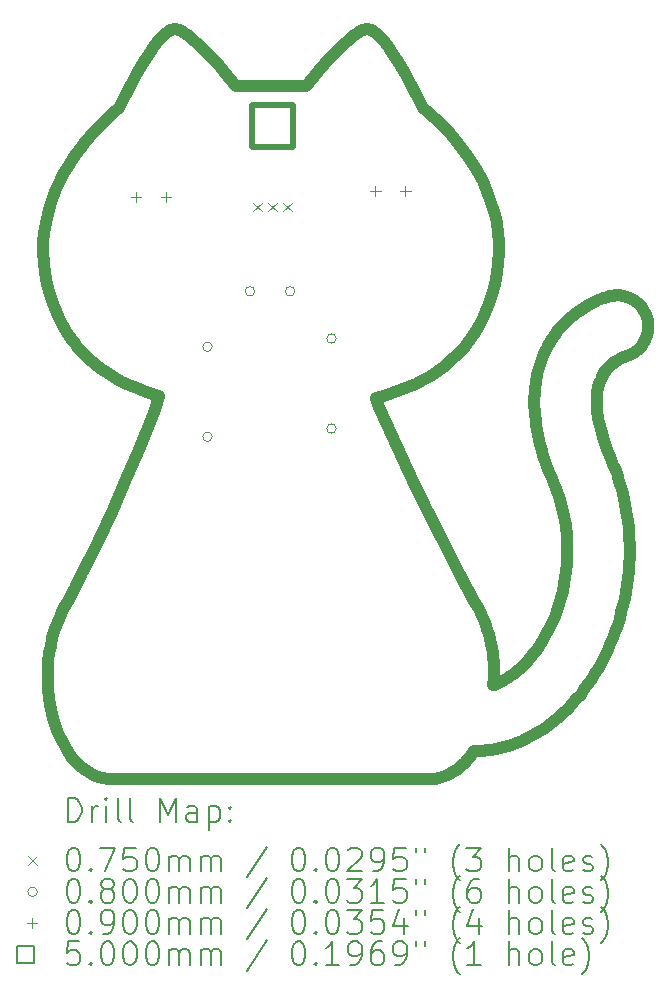
<source format=gbr>
%TF.GenerationSoftware,KiCad,Pcbnew,8.0.8*%
%TF.CreationDate,2025-06-12T02:03:33+01:00*%
%TF.ProjectId,AutoDiming_Keychain,4175746f-4469-46d6-996e-675f4b657963,rev?*%
%TF.SameCoordinates,Original*%
%TF.FileFunction,Drillmap*%
%TF.FilePolarity,Positive*%
%FSLAX45Y45*%
G04 Gerber Fmt 4.5, Leading zero omitted, Abs format (unit mm)*
G04 Created by KiCad (PCBNEW 8.0.8) date 2025-06-12 02:03:33*
%MOMM*%
%LPD*%
G01*
G04 APERTURE LIST*
%ADD10C,1.000000*%
%ADD11C,0.200000*%
%ADD12C,0.100000*%
%ADD13C,0.500000*%
G04 APERTURE END LIST*
D10*
X4134127Y-2781184D02*
X4149743Y-2784931D01*
X4166361Y-2791030D01*
X4183883Y-2799319D01*
X4202210Y-2809637D01*
X4221244Y-2821821D01*
X4240887Y-2835709D01*
X4281607Y-2867950D01*
X4323584Y-2905063D01*
X4366033Y-2945751D01*
X4408167Y-2988718D01*
X4449202Y-3032667D01*
X4488352Y-3076301D01*
X4524830Y-3118324D01*
X4586632Y-3192351D01*
X4643615Y-3264020D01*
X5233669Y-3264020D01*
X5290669Y-3192351D01*
X5352489Y-3118324D01*
X5428141Y-3032667D01*
X5469189Y-2988718D01*
X5511337Y-2945751D01*
X5553800Y-2905063D01*
X5595792Y-2867950D01*
X5636527Y-2835709D01*
X5656177Y-2821821D01*
X5675219Y-2809637D01*
X5693553Y-2799319D01*
X5711082Y-2791030D01*
X5727707Y-2784931D01*
X5743331Y-2781184D01*
X5758864Y-2780749D01*
X5775253Y-2784295D01*
X5792409Y-2791564D01*
X5810244Y-2802295D01*
X5828669Y-2816228D01*
X5847596Y-2833102D01*
X5866936Y-2852657D01*
X5886602Y-2874633D01*
X5926553Y-2924807D01*
X5966744Y-2981542D01*
X6006464Y-3042755D01*
X6045009Y-3106364D01*
X6081668Y-3170288D01*
X6115736Y-3232444D01*
X6173264Y-3343123D01*
X6226080Y-3451655D01*
X6267776Y-3484813D01*
X6373586Y-3581144D01*
X6441498Y-3651527D01*
X6514595Y-3735936D01*
X6589263Y-3833781D01*
X6661887Y-3944475D01*
X6728853Y-4067426D01*
X6759085Y-4133315D01*
X6786546Y-4202048D01*
X6810786Y-4273550D01*
X6831352Y-4347749D01*
X6847793Y-4424571D01*
X6859657Y-4503942D01*
X6866491Y-4585788D01*
X6867845Y-4670037D01*
X6863266Y-4756613D01*
X6852302Y-4845444D01*
X6834503Y-4936456D01*
X6809415Y-5029576D01*
X6776587Y-5124729D01*
X6735568Y-5221842D01*
X6699618Y-5292976D01*
X6659700Y-5359618D01*
X6616070Y-5421916D01*
X6568986Y-5480017D01*
X6518707Y-5534069D01*
X6465488Y-5584221D01*
X6409589Y-5630620D01*
X6351267Y-5673415D01*
X6290779Y-5712754D01*
X6228383Y-5748785D01*
X6164336Y-5781655D01*
X6098897Y-5811513D01*
X6032322Y-5838507D01*
X5964869Y-5862785D01*
X5896796Y-5884495D01*
X5828361Y-5903784D01*
X5847300Y-5964295D01*
X6126079Y-6568964D01*
X6254202Y-6836085D01*
X6391923Y-7114545D01*
X6532358Y-7386824D01*
X6668620Y-7635399D01*
X6688761Y-7672181D01*
X6707475Y-7709526D01*
X6724780Y-7747382D01*
X6740695Y-7785698D01*
X6755239Y-7824419D01*
X6768431Y-7863493D01*
X6780289Y-7902868D01*
X6790833Y-7942491D01*
X6800080Y-7982308D01*
X6808051Y-8022268D01*
X6814763Y-8062318D01*
X6820236Y-8102404D01*
X6824488Y-8142475D01*
X6827539Y-8182477D01*
X6829407Y-8222358D01*
X6830111Y-8262065D01*
X6817845Y-8334668D01*
X6831549Y-8329622D01*
X6845270Y-8324229D01*
X6859009Y-8318457D01*
X6872770Y-8312276D01*
X6886555Y-8305652D01*
X6900366Y-8298555D01*
X6914206Y-8290953D01*
X6928077Y-8282814D01*
X6944977Y-8272195D01*
X6961854Y-8260884D01*
X6978692Y-8248888D01*
X6995473Y-8236216D01*
X7012180Y-8222876D01*
X7028797Y-8208878D01*
X7045306Y-8194228D01*
X7061690Y-8178936D01*
X7077933Y-8163011D01*
X7094018Y-8146460D01*
X7109926Y-8129292D01*
X7125643Y-8111516D01*
X7141150Y-8093139D01*
X7156430Y-8074171D01*
X7171467Y-8054620D01*
X7186244Y-8034494D01*
X7215116Y-7992653D01*
X7242693Y-7948731D01*
X7268895Y-7902857D01*
X7293642Y-7855161D01*
X7316855Y-7805771D01*
X7338455Y-7754817D01*
X7358361Y-7702428D01*
X7376494Y-7648732D01*
X7392775Y-7593859D01*
X7407125Y-7537937D01*
X7419462Y-7481097D01*
X7429709Y-7423467D01*
X7437785Y-7365175D01*
X7443611Y-7306352D01*
X7447107Y-7247125D01*
X7448194Y-7187625D01*
X7447776Y-7152379D01*
X7446516Y-7117110D01*
X7444404Y-7081836D01*
X7441430Y-7046576D01*
X7437583Y-7011350D01*
X7432854Y-6976176D01*
X7427232Y-6941072D01*
X7420707Y-6906058D01*
X7413269Y-6871152D01*
X7404908Y-6836374D01*
X7395613Y-6801741D01*
X7385375Y-6767274D01*
X7374184Y-6732990D01*
X7362029Y-6698909D01*
X7348900Y-6665049D01*
X7334787Y-6631429D01*
X7313890Y-6582160D01*
X7294482Y-6533697D01*
X7276543Y-6486030D01*
X7260054Y-6439147D01*
X7244994Y-6393037D01*
X7231344Y-6347689D01*
X7219085Y-6303093D01*
X7208196Y-6259237D01*
X7198659Y-6216110D01*
X7190452Y-6173701D01*
X7183558Y-6131999D01*
X7177956Y-6090993D01*
X7173626Y-6050673D01*
X7170549Y-6011026D01*
X7168705Y-5972043D01*
X7168075Y-5933711D01*
X7168437Y-5902650D01*
X7169640Y-5872056D01*
X7171663Y-5841941D01*
X7174486Y-5812317D01*
X7178086Y-5783194D01*
X7182443Y-5754584D01*
X7187536Y-5726499D01*
X7193345Y-5698950D01*
X7199847Y-5671948D01*
X7207023Y-5645505D01*
X7214851Y-5619632D01*
X7223310Y-5594341D01*
X7232379Y-5569643D01*
X7242038Y-5545549D01*
X7252265Y-5522071D01*
X7263040Y-5499220D01*
X7274272Y-5476990D01*
X7285956Y-5455424D01*
X7298059Y-5434518D01*
X7310548Y-5414268D01*
X7323390Y-5394668D01*
X7336550Y-5375715D01*
X7349996Y-5357403D01*
X7363694Y-5339729D01*
X7377611Y-5322687D01*
X7391713Y-5306274D01*
X7405968Y-5290485D01*
X7420341Y-5275315D01*
X7434800Y-5260760D01*
X7449312Y-5246815D01*
X7463841Y-5233476D01*
X7478357Y-5220738D01*
X7492928Y-5208580D01*
X7507410Y-5196963D01*
X7521783Y-5185875D01*
X7536027Y-5175304D01*
X7564047Y-5155670D01*
X7591311Y-5137968D01*
X7617658Y-5122107D01*
X7642930Y-5107995D01*
X7666966Y-5095541D01*
X7689607Y-5084651D01*
X7710693Y-5075236D01*
X7730064Y-5067202D01*
X7747561Y-5060458D01*
X7763023Y-5054912D01*
X7787207Y-5047048D01*
X7801338Y-5042876D01*
X7814524Y-5039741D01*
X7827710Y-5037304D01*
X7840877Y-5035552D01*
X7854004Y-5034474D01*
X7867072Y-5034059D01*
X7880059Y-5034293D01*
X7892947Y-5035166D01*
X7905713Y-5036665D01*
X7918339Y-5038779D01*
X7930803Y-5041497D01*
X7943086Y-5044806D01*
X7955168Y-5048695D01*
X7967028Y-5053151D01*
X7978645Y-5058164D01*
X7990001Y-5063721D01*
X8001073Y-5069810D01*
X8011843Y-5076421D01*
X8022290Y-5083540D01*
X8032393Y-5091157D01*
X8042133Y-5099259D01*
X8051489Y-5107835D01*
X8060441Y-5116873D01*
X8068968Y-5126362D01*
X8077051Y-5136288D01*
X8084669Y-5146642D01*
X8091802Y-5157410D01*
X8098430Y-5168582D01*
X8104531Y-5180145D01*
X8110088Y-5192088D01*
X8115078Y-5204398D01*
X8119481Y-5217065D01*
X8123278Y-5230076D01*
X8126380Y-5243117D01*
X8128798Y-5256156D01*
X8130544Y-5269175D01*
X8131630Y-5282154D01*
X8132066Y-5295073D01*
X8131865Y-5307914D01*
X8131037Y-5320657D01*
X8129594Y-5333283D01*
X8127549Y-5345771D01*
X8124911Y-5358103D01*
X8121693Y-5370259D01*
X8117906Y-5382219D01*
X8113562Y-5393965D01*
X8108672Y-5405476D01*
X8103248Y-5416734D01*
X8097300Y-5427719D01*
X8090841Y-5438410D01*
X8083882Y-5448790D01*
X8076435Y-5458839D01*
X8068510Y-5468536D01*
X8060120Y-5477863D01*
X8051276Y-5486801D01*
X8041989Y-5495328D01*
X8032271Y-5503428D01*
X8022133Y-5511079D01*
X8011587Y-5518262D01*
X8000644Y-5524959D01*
X7989316Y-5531148D01*
X7977615Y-5536812D01*
X7965551Y-5541931D01*
X7953136Y-5546484D01*
X7940382Y-5550454D01*
X7940468Y-5550801D01*
X7934899Y-5552686D01*
X7928959Y-5554915D01*
X7925334Y-5556358D01*
X7921308Y-5558027D01*
X7916908Y-5559929D01*
X7912162Y-5562071D01*
X7907095Y-5564458D01*
X7901735Y-5567098D01*
X7890203Y-5573049D01*
X7877910Y-5579975D01*
X7865035Y-5587880D01*
X7858435Y-5592200D01*
X7851757Y-5596766D01*
X7845023Y-5601577D01*
X7838255Y-5606636D01*
X7831475Y-5611941D01*
X7824707Y-5617493D01*
X7817971Y-5623293D01*
X7811291Y-5629340D01*
X7804690Y-5635636D01*
X7798188Y-5642181D01*
X7789634Y-5651331D01*
X7781276Y-5660935D01*
X7773136Y-5671030D01*
X7769153Y-5676273D01*
X7765232Y-5681652D01*
X7761375Y-5687171D01*
X7757585Y-5692836D01*
X7753865Y-5698651D01*
X7750216Y-5704619D01*
X7746641Y-5710747D01*
X7743143Y-5717037D01*
X7739724Y-5723496D01*
X7736387Y-5730126D01*
X7727992Y-5748826D01*
X7720200Y-5769057D01*
X7716579Y-5779810D01*
X7713166Y-5791019D01*
X7709980Y-5802711D01*
X7707042Y-5814909D01*
X7704369Y-5827638D01*
X7701983Y-5840924D01*
X7699900Y-5854790D01*
X7698141Y-5869262D01*
X7696726Y-5884364D01*
X7695672Y-5900121D01*
X7695000Y-5916558D01*
X7694728Y-5933698D01*
X7696110Y-5978127D01*
X7700660Y-6027072D01*
X7704252Y-6053269D01*
X7708791Y-6080631D01*
X7714328Y-6109170D01*
X7720914Y-6138898D01*
X7728601Y-6169828D01*
X7737440Y-6201972D01*
X7747484Y-6235340D01*
X7758783Y-6269947D01*
X7771388Y-6305802D01*
X7785352Y-6342920D01*
X7800726Y-6381310D01*
X7817560Y-6420987D01*
X7837306Y-6468079D01*
X7855643Y-6515415D01*
X7872590Y-6562967D01*
X7888164Y-6610706D01*
X7902386Y-6658603D01*
X7915273Y-6706629D01*
X7926844Y-6754754D01*
X7937117Y-6802951D01*
X7946113Y-6851190D01*
X7953848Y-6899442D01*
X7960342Y-6947678D01*
X7965614Y-6995870D01*
X7969681Y-7043988D01*
X7972564Y-7092004D01*
X7974279Y-7139889D01*
X7974847Y-7187613D01*
X7973907Y-7248003D01*
X7971210Y-7308053D01*
X7966784Y-7367722D01*
X7960660Y-7426964D01*
X7952868Y-7485738D01*
X7943436Y-7543999D01*
X7932396Y-7601705D01*
X7919776Y-7658811D01*
X7905606Y-7715276D01*
X7889917Y-7771056D01*
X7872736Y-7826106D01*
X7854096Y-7880385D01*
X7834024Y-7933849D01*
X7812551Y-7986454D01*
X7789707Y-8038157D01*
X7765520Y-8088916D01*
X7739921Y-8138618D01*
X7713011Y-8187339D01*
X7684798Y-8235017D01*
X7655286Y-8281593D01*
X7624481Y-8327006D01*
X7592391Y-8371195D01*
X7559020Y-8414102D01*
X7524374Y-8455664D01*
X7488460Y-8495822D01*
X7451283Y-8534515D01*
X7412849Y-8571684D01*
X7373164Y-8607268D01*
X7332234Y-8641207D01*
X7290065Y-8673440D01*
X7246662Y-8703907D01*
X7202033Y-8732548D01*
X7171742Y-8750441D01*
X7140867Y-8767421D01*
X7109431Y-8783455D01*
X7077456Y-8798510D01*
X7044965Y-8812553D01*
X7011980Y-8825550D01*
X6978524Y-8837470D01*
X6944620Y-8848278D01*
X6910291Y-8857943D01*
X6875558Y-8866429D01*
X6840445Y-8873706D01*
X6804974Y-8879739D01*
X6769167Y-8884496D01*
X6733049Y-8887943D01*
X6696640Y-8890048D01*
X6659963Y-8890777D01*
X6641350Y-8917539D01*
X6621911Y-8943011D01*
X6601664Y-8967133D01*
X6580627Y-8989844D01*
X6558816Y-9011085D01*
X6536251Y-9030795D01*
X6512948Y-9048914D01*
X6488926Y-9065382D01*
X6464201Y-9080138D01*
X6438792Y-9093121D01*
X6412717Y-9104273D01*
X6385993Y-9113532D01*
X6358637Y-9120839D01*
X6330668Y-9126133D01*
X6302103Y-9129353D01*
X6272960Y-9130440D01*
X3604646Y-9130440D01*
X3559957Y-9127898D01*
X3516628Y-9120413D01*
X3474732Y-9108194D01*
X3434341Y-9091450D01*
X3395527Y-9070390D01*
X3358364Y-9045224D01*
X3322923Y-9016161D01*
X3289278Y-8983410D01*
X3257500Y-8947182D01*
X3227662Y-8907684D01*
X3199837Y-8865127D01*
X3174097Y-8819720D01*
X3150515Y-8771672D01*
X3129162Y-8721192D01*
X3093438Y-8613775D01*
X3067505Y-8499144D01*
X3051942Y-8378973D01*
X3047329Y-8254938D01*
X3054248Y-8128712D01*
X3062212Y-8065301D01*
X3073276Y-8001971D01*
X3087513Y-7938930D01*
X3104995Y-7876388D01*
X3125795Y-7814555D01*
X3149985Y-7753640D01*
X3177638Y-7693851D01*
X3208825Y-7635399D01*
X3275207Y-7515664D01*
X3341973Y-7388714D01*
X3408479Y-7256611D01*
X3474082Y-7121417D01*
X3600000Y-6850000D01*
X3714576Y-6590953D01*
X3812658Y-6360767D01*
X3889095Y-6175931D01*
X3956426Y-6008274D01*
X3993025Y-5888443D01*
X3928340Y-5868327D01*
X3864158Y-5845923D01*
X3800700Y-5821105D01*
X3738186Y-5793748D01*
X3676836Y-5763726D01*
X3616870Y-5730915D01*
X3558508Y-5695190D01*
X3501972Y-5656424D01*
X3447480Y-5614494D01*
X3395254Y-5569273D01*
X3345514Y-5520637D01*
X3298479Y-5468460D01*
X3276045Y-5441004D01*
X3254370Y-5412617D01*
X3233482Y-5383282D01*
X3213408Y-5352983D01*
X3194175Y-5321705D01*
X3175812Y-5289433D01*
X3158345Y-5256150D01*
X3141803Y-5221842D01*
X3100784Y-5124729D01*
X3067957Y-5029576D01*
X3042870Y-4936456D01*
X3025072Y-4845444D01*
X3014111Y-4756613D01*
X3009534Y-4670037D01*
X3010890Y-4585788D01*
X3017728Y-4503942D01*
X3029595Y-4424571D01*
X3046039Y-4347749D01*
X3066609Y-4273550D01*
X3090852Y-4202048D01*
X3118318Y-4133315D01*
X3148553Y-4067426D01*
X3181107Y-4004455D01*
X3215527Y-3944475D01*
X3251362Y-3887559D01*
X3288159Y-3833781D01*
X3325468Y-3783216D01*
X3362835Y-3735936D01*
X3435940Y-3651527D01*
X3503858Y-3581144D01*
X3562976Y-3525376D01*
X3609679Y-3484813D01*
X3651378Y-3451655D01*
X3704171Y-3343122D01*
X3761680Y-3232441D01*
X3795738Y-3170284D01*
X3832389Y-3106360D01*
X3870926Y-3042750D01*
X3910643Y-2981537D01*
X3950833Y-2924802D01*
X3990788Y-2874628D01*
X4010457Y-2852652D01*
X4029802Y-2833097D01*
X4048735Y-2816224D01*
X4067168Y-2802292D01*
X4085012Y-2791561D01*
X4102178Y-2784293D01*
X4118580Y-2780748D01*
X4134127Y-2781184D01*
D11*
D12*
X4785500Y-4248500D02*
X4860500Y-4323500D01*
X4860500Y-4248500D02*
X4785500Y-4323500D01*
X4912500Y-4248500D02*
X4987500Y-4323500D01*
X4987500Y-4248500D02*
X4912500Y-4323500D01*
X5039500Y-4248500D02*
X5114500Y-4323500D01*
X5114500Y-4248500D02*
X5039500Y-4323500D01*
X4440000Y-5469000D02*
G75*
G02*
X4360000Y-5469000I-40000J0D01*
G01*
X4360000Y-5469000D02*
G75*
G02*
X4440000Y-5469000I40000J0D01*
G01*
X4440000Y-6231000D02*
G75*
G02*
X4360000Y-6231000I-40000J0D01*
G01*
X4360000Y-6231000D02*
G75*
G02*
X4440000Y-6231000I40000J0D01*
G01*
X4800000Y-5000000D02*
G75*
G02*
X4720000Y-5000000I-40000J0D01*
G01*
X4720000Y-5000000D02*
G75*
G02*
X4800000Y-5000000I40000J0D01*
G01*
X5140000Y-5000000D02*
G75*
G02*
X5060000Y-5000000I-40000J0D01*
G01*
X5060000Y-5000000D02*
G75*
G02*
X5140000Y-5000000I40000J0D01*
G01*
X5490000Y-5400000D02*
G75*
G02*
X5410000Y-5400000I-40000J0D01*
G01*
X5410000Y-5400000D02*
G75*
G02*
X5490000Y-5400000I40000J0D01*
G01*
X5490000Y-6162000D02*
G75*
G02*
X5410000Y-6162000I-40000J0D01*
G01*
X5410000Y-6162000D02*
G75*
G02*
X5490000Y-6162000I40000J0D01*
G01*
X3796000Y-4155000D02*
X3796000Y-4245000D01*
X3751000Y-4200000D02*
X3841000Y-4200000D01*
X4050000Y-4155000D02*
X4050000Y-4245000D01*
X4005000Y-4200000D02*
X4095000Y-4200000D01*
X5822500Y-4105000D02*
X5822500Y-4195000D01*
X5777500Y-4150000D02*
X5867500Y-4150000D01*
X6076500Y-4105000D02*
X6076500Y-4195000D01*
X6031500Y-4150000D02*
X6121500Y-4150000D01*
D13*
X5126778Y-3776778D02*
X5126778Y-3423222D01*
X4773222Y-3423222D01*
X4773222Y-3776778D01*
X5126778Y-3776778D01*
D11*
X3220311Y-9491923D02*
X3220311Y-9291923D01*
X3220311Y-9291923D02*
X3267930Y-9291923D01*
X3267930Y-9291923D02*
X3296501Y-9301447D01*
X3296501Y-9301447D02*
X3315549Y-9320495D01*
X3315549Y-9320495D02*
X3325073Y-9339542D01*
X3325073Y-9339542D02*
X3334597Y-9377638D01*
X3334597Y-9377638D02*
X3334597Y-9406209D01*
X3334597Y-9406209D02*
X3325073Y-9444304D01*
X3325073Y-9444304D02*
X3315549Y-9463352D01*
X3315549Y-9463352D02*
X3296501Y-9482400D01*
X3296501Y-9482400D02*
X3267930Y-9491923D01*
X3267930Y-9491923D02*
X3220311Y-9491923D01*
X3420311Y-9491923D02*
X3420311Y-9358590D01*
X3420311Y-9396685D02*
X3429835Y-9377638D01*
X3429835Y-9377638D02*
X3439359Y-9368114D01*
X3439359Y-9368114D02*
X3458406Y-9358590D01*
X3458406Y-9358590D02*
X3477454Y-9358590D01*
X3544120Y-9491923D02*
X3544120Y-9358590D01*
X3544120Y-9291923D02*
X3534597Y-9301447D01*
X3534597Y-9301447D02*
X3544120Y-9310971D01*
X3544120Y-9310971D02*
X3553644Y-9301447D01*
X3553644Y-9301447D02*
X3544120Y-9291923D01*
X3544120Y-9291923D02*
X3544120Y-9310971D01*
X3667930Y-9491923D02*
X3648882Y-9482400D01*
X3648882Y-9482400D02*
X3639359Y-9463352D01*
X3639359Y-9463352D02*
X3639359Y-9291923D01*
X3772692Y-9491923D02*
X3753644Y-9482400D01*
X3753644Y-9482400D02*
X3744120Y-9463352D01*
X3744120Y-9463352D02*
X3744120Y-9291923D01*
X4001263Y-9491923D02*
X4001263Y-9291923D01*
X4001263Y-9291923D02*
X4067930Y-9434781D01*
X4067930Y-9434781D02*
X4134597Y-9291923D01*
X4134597Y-9291923D02*
X4134597Y-9491923D01*
X4315549Y-9491923D02*
X4315549Y-9387162D01*
X4315549Y-9387162D02*
X4306025Y-9368114D01*
X4306025Y-9368114D02*
X4286978Y-9358590D01*
X4286978Y-9358590D02*
X4248882Y-9358590D01*
X4248882Y-9358590D02*
X4229835Y-9368114D01*
X4315549Y-9482400D02*
X4296502Y-9491923D01*
X4296502Y-9491923D02*
X4248882Y-9491923D01*
X4248882Y-9491923D02*
X4229835Y-9482400D01*
X4229835Y-9482400D02*
X4220311Y-9463352D01*
X4220311Y-9463352D02*
X4220311Y-9444304D01*
X4220311Y-9444304D02*
X4229835Y-9425257D01*
X4229835Y-9425257D02*
X4248882Y-9415733D01*
X4248882Y-9415733D02*
X4296502Y-9415733D01*
X4296502Y-9415733D02*
X4315549Y-9406209D01*
X4410787Y-9358590D02*
X4410787Y-9558590D01*
X4410787Y-9368114D02*
X4429835Y-9358590D01*
X4429835Y-9358590D02*
X4467930Y-9358590D01*
X4467930Y-9358590D02*
X4486978Y-9368114D01*
X4486978Y-9368114D02*
X4496502Y-9377638D01*
X4496502Y-9377638D02*
X4506025Y-9396685D01*
X4506025Y-9396685D02*
X4506025Y-9453828D01*
X4506025Y-9453828D02*
X4496502Y-9472876D01*
X4496502Y-9472876D02*
X4486978Y-9482400D01*
X4486978Y-9482400D02*
X4467930Y-9491923D01*
X4467930Y-9491923D02*
X4429835Y-9491923D01*
X4429835Y-9491923D02*
X4410787Y-9482400D01*
X4591740Y-9472876D02*
X4601263Y-9482400D01*
X4601263Y-9482400D02*
X4591740Y-9491923D01*
X4591740Y-9491923D02*
X4582216Y-9482400D01*
X4582216Y-9482400D02*
X4591740Y-9472876D01*
X4591740Y-9472876D02*
X4591740Y-9491923D01*
X4591740Y-9368114D02*
X4601263Y-9377638D01*
X4601263Y-9377638D02*
X4591740Y-9387162D01*
X4591740Y-9387162D02*
X4582216Y-9377638D01*
X4582216Y-9377638D02*
X4591740Y-9368114D01*
X4591740Y-9368114D02*
X4591740Y-9387162D01*
D12*
X2884534Y-9782940D02*
X2959534Y-9857940D01*
X2959534Y-9782940D02*
X2884534Y-9857940D01*
D11*
X3258406Y-9711923D02*
X3277454Y-9711923D01*
X3277454Y-9711923D02*
X3296501Y-9721447D01*
X3296501Y-9721447D02*
X3306025Y-9730971D01*
X3306025Y-9730971D02*
X3315549Y-9750019D01*
X3315549Y-9750019D02*
X3325073Y-9788114D01*
X3325073Y-9788114D02*
X3325073Y-9835733D01*
X3325073Y-9835733D02*
X3315549Y-9873828D01*
X3315549Y-9873828D02*
X3306025Y-9892876D01*
X3306025Y-9892876D02*
X3296501Y-9902400D01*
X3296501Y-9902400D02*
X3277454Y-9911923D01*
X3277454Y-9911923D02*
X3258406Y-9911923D01*
X3258406Y-9911923D02*
X3239359Y-9902400D01*
X3239359Y-9902400D02*
X3229835Y-9892876D01*
X3229835Y-9892876D02*
X3220311Y-9873828D01*
X3220311Y-9873828D02*
X3210787Y-9835733D01*
X3210787Y-9835733D02*
X3210787Y-9788114D01*
X3210787Y-9788114D02*
X3220311Y-9750019D01*
X3220311Y-9750019D02*
X3229835Y-9730971D01*
X3229835Y-9730971D02*
X3239359Y-9721447D01*
X3239359Y-9721447D02*
X3258406Y-9711923D01*
X3410787Y-9892876D02*
X3420311Y-9902400D01*
X3420311Y-9902400D02*
X3410787Y-9911923D01*
X3410787Y-9911923D02*
X3401263Y-9902400D01*
X3401263Y-9902400D02*
X3410787Y-9892876D01*
X3410787Y-9892876D02*
X3410787Y-9911923D01*
X3486978Y-9711923D02*
X3620311Y-9711923D01*
X3620311Y-9711923D02*
X3534597Y-9911923D01*
X3791740Y-9711923D02*
X3696501Y-9711923D01*
X3696501Y-9711923D02*
X3686978Y-9807162D01*
X3686978Y-9807162D02*
X3696501Y-9797638D01*
X3696501Y-9797638D02*
X3715549Y-9788114D01*
X3715549Y-9788114D02*
X3763168Y-9788114D01*
X3763168Y-9788114D02*
X3782216Y-9797638D01*
X3782216Y-9797638D02*
X3791740Y-9807162D01*
X3791740Y-9807162D02*
X3801263Y-9826209D01*
X3801263Y-9826209D02*
X3801263Y-9873828D01*
X3801263Y-9873828D02*
X3791740Y-9892876D01*
X3791740Y-9892876D02*
X3782216Y-9902400D01*
X3782216Y-9902400D02*
X3763168Y-9911923D01*
X3763168Y-9911923D02*
X3715549Y-9911923D01*
X3715549Y-9911923D02*
X3696501Y-9902400D01*
X3696501Y-9902400D02*
X3686978Y-9892876D01*
X3925073Y-9711923D02*
X3944121Y-9711923D01*
X3944121Y-9711923D02*
X3963168Y-9721447D01*
X3963168Y-9721447D02*
X3972692Y-9730971D01*
X3972692Y-9730971D02*
X3982216Y-9750019D01*
X3982216Y-9750019D02*
X3991740Y-9788114D01*
X3991740Y-9788114D02*
X3991740Y-9835733D01*
X3991740Y-9835733D02*
X3982216Y-9873828D01*
X3982216Y-9873828D02*
X3972692Y-9892876D01*
X3972692Y-9892876D02*
X3963168Y-9902400D01*
X3963168Y-9902400D02*
X3944121Y-9911923D01*
X3944121Y-9911923D02*
X3925073Y-9911923D01*
X3925073Y-9911923D02*
X3906025Y-9902400D01*
X3906025Y-9902400D02*
X3896501Y-9892876D01*
X3896501Y-9892876D02*
X3886978Y-9873828D01*
X3886978Y-9873828D02*
X3877454Y-9835733D01*
X3877454Y-9835733D02*
X3877454Y-9788114D01*
X3877454Y-9788114D02*
X3886978Y-9750019D01*
X3886978Y-9750019D02*
X3896501Y-9730971D01*
X3896501Y-9730971D02*
X3906025Y-9721447D01*
X3906025Y-9721447D02*
X3925073Y-9711923D01*
X4077454Y-9911923D02*
X4077454Y-9778590D01*
X4077454Y-9797638D02*
X4086978Y-9788114D01*
X4086978Y-9788114D02*
X4106025Y-9778590D01*
X4106025Y-9778590D02*
X4134597Y-9778590D01*
X4134597Y-9778590D02*
X4153644Y-9788114D01*
X4153644Y-9788114D02*
X4163168Y-9807162D01*
X4163168Y-9807162D02*
X4163168Y-9911923D01*
X4163168Y-9807162D02*
X4172692Y-9788114D01*
X4172692Y-9788114D02*
X4191740Y-9778590D01*
X4191740Y-9778590D02*
X4220311Y-9778590D01*
X4220311Y-9778590D02*
X4239359Y-9788114D01*
X4239359Y-9788114D02*
X4248883Y-9807162D01*
X4248883Y-9807162D02*
X4248883Y-9911923D01*
X4344121Y-9911923D02*
X4344121Y-9778590D01*
X4344121Y-9797638D02*
X4353644Y-9788114D01*
X4353644Y-9788114D02*
X4372692Y-9778590D01*
X4372692Y-9778590D02*
X4401264Y-9778590D01*
X4401264Y-9778590D02*
X4420311Y-9788114D01*
X4420311Y-9788114D02*
X4429835Y-9807162D01*
X4429835Y-9807162D02*
X4429835Y-9911923D01*
X4429835Y-9807162D02*
X4439359Y-9788114D01*
X4439359Y-9788114D02*
X4458406Y-9778590D01*
X4458406Y-9778590D02*
X4486978Y-9778590D01*
X4486978Y-9778590D02*
X4506025Y-9788114D01*
X4506025Y-9788114D02*
X4515549Y-9807162D01*
X4515549Y-9807162D02*
X4515549Y-9911923D01*
X4906025Y-9702400D02*
X4734597Y-9959542D01*
X5163168Y-9711923D02*
X5182216Y-9711923D01*
X5182216Y-9711923D02*
X5201264Y-9721447D01*
X5201264Y-9721447D02*
X5210787Y-9730971D01*
X5210787Y-9730971D02*
X5220311Y-9750019D01*
X5220311Y-9750019D02*
X5229835Y-9788114D01*
X5229835Y-9788114D02*
X5229835Y-9835733D01*
X5229835Y-9835733D02*
X5220311Y-9873828D01*
X5220311Y-9873828D02*
X5210787Y-9892876D01*
X5210787Y-9892876D02*
X5201264Y-9902400D01*
X5201264Y-9902400D02*
X5182216Y-9911923D01*
X5182216Y-9911923D02*
X5163168Y-9911923D01*
X5163168Y-9911923D02*
X5144121Y-9902400D01*
X5144121Y-9902400D02*
X5134597Y-9892876D01*
X5134597Y-9892876D02*
X5125073Y-9873828D01*
X5125073Y-9873828D02*
X5115549Y-9835733D01*
X5115549Y-9835733D02*
X5115549Y-9788114D01*
X5115549Y-9788114D02*
X5125073Y-9750019D01*
X5125073Y-9750019D02*
X5134597Y-9730971D01*
X5134597Y-9730971D02*
X5144121Y-9721447D01*
X5144121Y-9721447D02*
X5163168Y-9711923D01*
X5315549Y-9892876D02*
X5325073Y-9902400D01*
X5325073Y-9902400D02*
X5315549Y-9911923D01*
X5315549Y-9911923D02*
X5306026Y-9902400D01*
X5306026Y-9902400D02*
X5315549Y-9892876D01*
X5315549Y-9892876D02*
X5315549Y-9911923D01*
X5448883Y-9711923D02*
X5467930Y-9711923D01*
X5467930Y-9711923D02*
X5486978Y-9721447D01*
X5486978Y-9721447D02*
X5496502Y-9730971D01*
X5496502Y-9730971D02*
X5506026Y-9750019D01*
X5506026Y-9750019D02*
X5515549Y-9788114D01*
X5515549Y-9788114D02*
X5515549Y-9835733D01*
X5515549Y-9835733D02*
X5506026Y-9873828D01*
X5506026Y-9873828D02*
X5496502Y-9892876D01*
X5496502Y-9892876D02*
X5486978Y-9902400D01*
X5486978Y-9902400D02*
X5467930Y-9911923D01*
X5467930Y-9911923D02*
X5448883Y-9911923D01*
X5448883Y-9911923D02*
X5429835Y-9902400D01*
X5429835Y-9902400D02*
X5420311Y-9892876D01*
X5420311Y-9892876D02*
X5410787Y-9873828D01*
X5410787Y-9873828D02*
X5401264Y-9835733D01*
X5401264Y-9835733D02*
X5401264Y-9788114D01*
X5401264Y-9788114D02*
X5410787Y-9750019D01*
X5410787Y-9750019D02*
X5420311Y-9730971D01*
X5420311Y-9730971D02*
X5429835Y-9721447D01*
X5429835Y-9721447D02*
X5448883Y-9711923D01*
X5591740Y-9730971D02*
X5601264Y-9721447D01*
X5601264Y-9721447D02*
X5620311Y-9711923D01*
X5620311Y-9711923D02*
X5667930Y-9711923D01*
X5667930Y-9711923D02*
X5686978Y-9721447D01*
X5686978Y-9721447D02*
X5696502Y-9730971D01*
X5696502Y-9730971D02*
X5706025Y-9750019D01*
X5706025Y-9750019D02*
X5706025Y-9769066D01*
X5706025Y-9769066D02*
X5696502Y-9797638D01*
X5696502Y-9797638D02*
X5582216Y-9911923D01*
X5582216Y-9911923D02*
X5706025Y-9911923D01*
X5801264Y-9911923D02*
X5839359Y-9911923D01*
X5839359Y-9911923D02*
X5858406Y-9902400D01*
X5858406Y-9902400D02*
X5867930Y-9892876D01*
X5867930Y-9892876D02*
X5886978Y-9864304D01*
X5886978Y-9864304D02*
X5896502Y-9826209D01*
X5896502Y-9826209D02*
X5896502Y-9750019D01*
X5896502Y-9750019D02*
X5886978Y-9730971D01*
X5886978Y-9730971D02*
X5877454Y-9721447D01*
X5877454Y-9721447D02*
X5858406Y-9711923D01*
X5858406Y-9711923D02*
X5820311Y-9711923D01*
X5820311Y-9711923D02*
X5801264Y-9721447D01*
X5801264Y-9721447D02*
X5791740Y-9730971D01*
X5791740Y-9730971D02*
X5782216Y-9750019D01*
X5782216Y-9750019D02*
X5782216Y-9797638D01*
X5782216Y-9797638D02*
X5791740Y-9816685D01*
X5791740Y-9816685D02*
X5801264Y-9826209D01*
X5801264Y-9826209D02*
X5820311Y-9835733D01*
X5820311Y-9835733D02*
X5858406Y-9835733D01*
X5858406Y-9835733D02*
X5877454Y-9826209D01*
X5877454Y-9826209D02*
X5886978Y-9816685D01*
X5886978Y-9816685D02*
X5896502Y-9797638D01*
X6077454Y-9711923D02*
X5982216Y-9711923D01*
X5982216Y-9711923D02*
X5972692Y-9807162D01*
X5972692Y-9807162D02*
X5982216Y-9797638D01*
X5982216Y-9797638D02*
X6001264Y-9788114D01*
X6001264Y-9788114D02*
X6048883Y-9788114D01*
X6048883Y-9788114D02*
X6067930Y-9797638D01*
X6067930Y-9797638D02*
X6077454Y-9807162D01*
X6077454Y-9807162D02*
X6086978Y-9826209D01*
X6086978Y-9826209D02*
X6086978Y-9873828D01*
X6086978Y-9873828D02*
X6077454Y-9892876D01*
X6077454Y-9892876D02*
X6067930Y-9902400D01*
X6067930Y-9902400D02*
X6048883Y-9911923D01*
X6048883Y-9911923D02*
X6001264Y-9911923D01*
X6001264Y-9911923D02*
X5982216Y-9902400D01*
X5982216Y-9902400D02*
X5972692Y-9892876D01*
X6163168Y-9711923D02*
X6163168Y-9750019D01*
X6239359Y-9711923D02*
X6239359Y-9750019D01*
X6534597Y-9988114D02*
X6525073Y-9978590D01*
X6525073Y-9978590D02*
X6506026Y-9950019D01*
X6506026Y-9950019D02*
X6496502Y-9930971D01*
X6496502Y-9930971D02*
X6486978Y-9902400D01*
X6486978Y-9902400D02*
X6477454Y-9854781D01*
X6477454Y-9854781D02*
X6477454Y-9816685D01*
X6477454Y-9816685D02*
X6486978Y-9769066D01*
X6486978Y-9769066D02*
X6496502Y-9740495D01*
X6496502Y-9740495D02*
X6506026Y-9721447D01*
X6506026Y-9721447D02*
X6525073Y-9692876D01*
X6525073Y-9692876D02*
X6534597Y-9683352D01*
X6591740Y-9711923D02*
X6715549Y-9711923D01*
X6715549Y-9711923D02*
X6648883Y-9788114D01*
X6648883Y-9788114D02*
X6677454Y-9788114D01*
X6677454Y-9788114D02*
X6696502Y-9797638D01*
X6696502Y-9797638D02*
X6706026Y-9807162D01*
X6706026Y-9807162D02*
X6715549Y-9826209D01*
X6715549Y-9826209D02*
X6715549Y-9873828D01*
X6715549Y-9873828D02*
X6706026Y-9892876D01*
X6706026Y-9892876D02*
X6696502Y-9902400D01*
X6696502Y-9902400D02*
X6677454Y-9911923D01*
X6677454Y-9911923D02*
X6620311Y-9911923D01*
X6620311Y-9911923D02*
X6601264Y-9902400D01*
X6601264Y-9902400D02*
X6591740Y-9892876D01*
X6953645Y-9911923D02*
X6953645Y-9711923D01*
X7039359Y-9911923D02*
X7039359Y-9807162D01*
X7039359Y-9807162D02*
X7029835Y-9788114D01*
X7029835Y-9788114D02*
X7010788Y-9778590D01*
X7010788Y-9778590D02*
X6982216Y-9778590D01*
X6982216Y-9778590D02*
X6963168Y-9788114D01*
X6963168Y-9788114D02*
X6953645Y-9797638D01*
X7163168Y-9911923D02*
X7144121Y-9902400D01*
X7144121Y-9902400D02*
X7134597Y-9892876D01*
X7134597Y-9892876D02*
X7125073Y-9873828D01*
X7125073Y-9873828D02*
X7125073Y-9816685D01*
X7125073Y-9816685D02*
X7134597Y-9797638D01*
X7134597Y-9797638D02*
X7144121Y-9788114D01*
X7144121Y-9788114D02*
X7163168Y-9778590D01*
X7163168Y-9778590D02*
X7191740Y-9778590D01*
X7191740Y-9778590D02*
X7210788Y-9788114D01*
X7210788Y-9788114D02*
X7220311Y-9797638D01*
X7220311Y-9797638D02*
X7229835Y-9816685D01*
X7229835Y-9816685D02*
X7229835Y-9873828D01*
X7229835Y-9873828D02*
X7220311Y-9892876D01*
X7220311Y-9892876D02*
X7210788Y-9902400D01*
X7210788Y-9902400D02*
X7191740Y-9911923D01*
X7191740Y-9911923D02*
X7163168Y-9911923D01*
X7344121Y-9911923D02*
X7325073Y-9902400D01*
X7325073Y-9902400D02*
X7315549Y-9883352D01*
X7315549Y-9883352D02*
X7315549Y-9711923D01*
X7496502Y-9902400D02*
X7477454Y-9911923D01*
X7477454Y-9911923D02*
X7439359Y-9911923D01*
X7439359Y-9911923D02*
X7420311Y-9902400D01*
X7420311Y-9902400D02*
X7410788Y-9883352D01*
X7410788Y-9883352D02*
X7410788Y-9807162D01*
X7410788Y-9807162D02*
X7420311Y-9788114D01*
X7420311Y-9788114D02*
X7439359Y-9778590D01*
X7439359Y-9778590D02*
X7477454Y-9778590D01*
X7477454Y-9778590D02*
X7496502Y-9788114D01*
X7496502Y-9788114D02*
X7506026Y-9807162D01*
X7506026Y-9807162D02*
X7506026Y-9826209D01*
X7506026Y-9826209D02*
X7410788Y-9845257D01*
X7582216Y-9902400D02*
X7601264Y-9911923D01*
X7601264Y-9911923D02*
X7639359Y-9911923D01*
X7639359Y-9911923D02*
X7658407Y-9902400D01*
X7658407Y-9902400D02*
X7667930Y-9883352D01*
X7667930Y-9883352D02*
X7667930Y-9873828D01*
X7667930Y-9873828D02*
X7658407Y-9854781D01*
X7658407Y-9854781D02*
X7639359Y-9845257D01*
X7639359Y-9845257D02*
X7610788Y-9845257D01*
X7610788Y-9845257D02*
X7591740Y-9835733D01*
X7591740Y-9835733D02*
X7582216Y-9816685D01*
X7582216Y-9816685D02*
X7582216Y-9807162D01*
X7582216Y-9807162D02*
X7591740Y-9788114D01*
X7591740Y-9788114D02*
X7610788Y-9778590D01*
X7610788Y-9778590D02*
X7639359Y-9778590D01*
X7639359Y-9778590D02*
X7658407Y-9788114D01*
X7734597Y-9988114D02*
X7744121Y-9978590D01*
X7744121Y-9978590D02*
X7763169Y-9950019D01*
X7763169Y-9950019D02*
X7772692Y-9930971D01*
X7772692Y-9930971D02*
X7782216Y-9902400D01*
X7782216Y-9902400D02*
X7791740Y-9854781D01*
X7791740Y-9854781D02*
X7791740Y-9816685D01*
X7791740Y-9816685D02*
X7782216Y-9769066D01*
X7782216Y-9769066D02*
X7772692Y-9740495D01*
X7772692Y-9740495D02*
X7763169Y-9721447D01*
X7763169Y-9721447D02*
X7744121Y-9692876D01*
X7744121Y-9692876D02*
X7734597Y-9683352D01*
D12*
X2959534Y-10084440D02*
G75*
G02*
X2879534Y-10084440I-40000J0D01*
G01*
X2879534Y-10084440D02*
G75*
G02*
X2959534Y-10084440I40000J0D01*
G01*
D11*
X3258406Y-9975923D02*
X3277454Y-9975923D01*
X3277454Y-9975923D02*
X3296501Y-9985447D01*
X3296501Y-9985447D02*
X3306025Y-9994971D01*
X3306025Y-9994971D02*
X3315549Y-10014019D01*
X3315549Y-10014019D02*
X3325073Y-10052114D01*
X3325073Y-10052114D02*
X3325073Y-10099733D01*
X3325073Y-10099733D02*
X3315549Y-10137828D01*
X3315549Y-10137828D02*
X3306025Y-10156876D01*
X3306025Y-10156876D02*
X3296501Y-10166400D01*
X3296501Y-10166400D02*
X3277454Y-10175923D01*
X3277454Y-10175923D02*
X3258406Y-10175923D01*
X3258406Y-10175923D02*
X3239359Y-10166400D01*
X3239359Y-10166400D02*
X3229835Y-10156876D01*
X3229835Y-10156876D02*
X3220311Y-10137828D01*
X3220311Y-10137828D02*
X3210787Y-10099733D01*
X3210787Y-10099733D02*
X3210787Y-10052114D01*
X3210787Y-10052114D02*
X3220311Y-10014019D01*
X3220311Y-10014019D02*
X3229835Y-9994971D01*
X3229835Y-9994971D02*
X3239359Y-9985447D01*
X3239359Y-9985447D02*
X3258406Y-9975923D01*
X3410787Y-10156876D02*
X3420311Y-10166400D01*
X3420311Y-10166400D02*
X3410787Y-10175923D01*
X3410787Y-10175923D02*
X3401263Y-10166400D01*
X3401263Y-10166400D02*
X3410787Y-10156876D01*
X3410787Y-10156876D02*
X3410787Y-10175923D01*
X3534597Y-10061638D02*
X3515549Y-10052114D01*
X3515549Y-10052114D02*
X3506025Y-10042590D01*
X3506025Y-10042590D02*
X3496501Y-10023542D01*
X3496501Y-10023542D02*
X3496501Y-10014019D01*
X3496501Y-10014019D02*
X3506025Y-9994971D01*
X3506025Y-9994971D02*
X3515549Y-9985447D01*
X3515549Y-9985447D02*
X3534597Y-9975923D01*
X3534597Y-9975923D02*
X3572692Y-9975923D01*
X3572692Y-9975923D02*
X3591740Y-9985447D01*
X3591740Y-9985447D02*
X3601263Y-9994971D01*
X3601263Y-9994971D02*
X3610787Y-10014019D01*
X3610787Y-10014019D02*
X3610787Y-10023542D01*
X3610787Y-10023542D02*
X3601263Y-10042590D01*
X3601263Y-10042590D02*
X3591740Y-10052114D01*
X3591740Y-10052114D02*
X3572692Y-10061638D01*
X3572692Y-10061638D02*
X3534597Y-10061638D01*
X3534597Y-10061638D02*
X3515549Y-10071162D01*
X3515549Y-10071162D02*
X3506025Y-10080685D01*
X3506025Y-10080685D02*
X3496501Y-10099733D01*
X3496501Y-10099733D02*
X3496501Y-10137828D01*
X3496501Y-10137828D02*
X3506025Y-10156876D01*
X3506025Y-10156876D02*
X3515549Y-10166400D01*
X3515549Y-10166400D02*
X3534597Y-10175923D01*
X3534597Y-10175923D02*
X3572692Y-10175923D01*
X3572692Y-10175923D02*
X3591740Y-10166400D01*
X3591740Y-10166400D02*
X3601263Y-10156876D01*
X3601263Y-10156876D02*
X3610787Y-10137828D01*
X3610787Y-10137828D02*
X3610787Y-10099733D01*
X3610787Y-10099733D02*
X3601263Y-10080685D01*
X3601263Y-10080685D02*
X3591740Y-10071162D01*
X3591740Y-10071162D02*
X3572692Y-10061638D01*
X3734597Y-9975923D02*
X3753644Y-9975923D01*
X3753644Y-9975923D02*
X3772692Y-9985447D01*
X3772692Y-9985447D02*
X3782216Y-9994971D01*
X3782216Y-9994971D02*
X3791740Y-10014019D01*
X3791740Y-10014019D02*
X3801263Y-10052114D01*
X3801263Y-10052114D02*
X3801263Y-10099733D01*
X3801263Y-10099733D02*
X3791740Y-10137828D01*
X3791740Y-10137828D02*
X3782216Y-10156876D01*
X3782216Y-10156876D02*
X3772692Y-10166400D01*
X3772692Y-10166400D02*
X3753644Y-10175923D01*
X3753644Y-10175923D02*
X3734597Y-10175923D01*
X3734597Y-10175923D02*
X3715549Y-10166400D01*
X3715549Y-10166400D02*
X3706025Y-10156876D01*
X3706025Y-10156876D02*
X3696501Y-10137828D01*
X3696501Y-10137828D02*
X3686978Y-10099733D01*
X3686978Y-10099733D02*
X3686978Y-10052114D01*
X3686978Y-10052114D02*
X3696501Y-10014019D01*
X3696501Y-10014019D02*
X3706025Y-9994971D01*
X3706025Y-9994971D02*
X3715549Y-9985447D01*
X3715549Y-9985447D02*
X3734597Y-9975923D01*
X3925073Y-9975923D02*
X3944121Y-9975923D01*
X3944121Y-9975923D02*
X3963168Y-9985447D01*
X3963168Y-9985447D02*
X3972692Y-9994971D01*
X3972692Y-9994971D02*
X3982216Y-10014019D01*
X3982216Y-10014019D02*
X3991740Y-10052114D01*
X3991740Y-10052114D02*
X3991740Y-10099733D01*
X3991740Y-10099733D02*
X3982216Y-10137828D01*
X3982216Y-10137828D02*
X3972692Y-10156876D01*
X3972692Y-10156876D02*
X3963168Y-10166400D01*
X3963168Y-10166400D02*
X3944121Y-10175923D01*
X3944121Y-10175923D02*
X3925073Y-10175923D01*
X3925073Y-10175923D02*
X3906025Y-10166400D01*
X3906025Y-10166400D02*
X3896501Y-10156876D01*
X3896501Y-10156876D02*
X3886978Y-10137828D01*
X3886978Y-10137828D02*
X3877454Y-10099733D01*
X3877454Y-10099733D02*
X3877454Y-10052114D01*
X3877454Y-10052114D02*
X3886978Y-10014019D01*
X3886978Y-10014019D02*
X3896501Y-9994971D01*
X3896501Y-9994971D02*
X3906025Y-9985447D01*
X3906025Y-9985447D02*
X3925073Y-9975923D01*
X4077454Y-10175923D02*
X4077454Y-10042590D01*
X4077454Y-10061638D02*
X4086978Y-10052114D01*
X4086978Y-10052114D02*
X4106025Y-10042590D01*
X4106025Y-10042590D02*
X4134597Y-10042590D01*
X4134597Y-10042590D02*
X4153644Y-10052114D01*
X4153644Y-10052114D02*
X4163168Y-10071162D01*
X4163168Y-10071162D02*
X4163168Y-10175923D01*
X4163168Y-10071162D02*
X4172692Y-10052114D01*
X4172692Y-10052114D02*
X4191740Y-10042590D01*
X4191740Y-10042590D02*
X4220311Y-10042590D01*
X4220311Y-10042590D02*
X4239359Y-10052114D01*
X4239359Y-10052114D02*
X4248883Y-10071162D01*
X4248883Y-10071162D02*
X4248883Y-10175923D01*
X4344121Y-10175923D02*
X4344121Y-10042590D01*
X4344121Y-10061638D02*
X4353644Y-10052114D01*
X4353644Y-10052114D02*
X4372692Y-10042590D01*
X4372692Y-10042590D02*
X4401264Y-10042590D01*
X4401264Y-10042590D02*
X4420311Y-10052114D01*
X4420311Y-10052114D02*
X4429835Y-10071162D01*
X4429835Y-10071162D02*
X4429835Y-10175923D01*
X4429835Y-10071162D02*
X4439359Y-10052114D01*
X4439359Y-10052114D02*
X4458406Y-10042590D01*
X4458406Y-10042590D02*
X4486978Y-10042590D01*
X4486978Y-10042590D02*
X4506025Y-10052114D01*
X4506025Y-10052114D02*
X4515549Y-10071162D01*
X4515549Y-10071162D02*
X4515549Y-10175923D01*
X4906025Y-9966400D02*
X4734597Y-10223542D01*
X5163168Y-9975923D02*
X5182216Y-9975923D01*
X5182216Y-9975923D02*
X5201264Y-9985447D01*
X5201264Y-9985447D02*
X5210787Y-9994971D01*
X5210787Y-9994971D02*
X5220311Y-10014019D01*
X5220311Y-10014019D02*
X5229835Y-10052114D01*
X5229835Y-10052114D02*
X5229835Y-10099733D01*
X5229835Y-10099733D02*
X5220311Y-10137828D01*
X5220311Y-10137828D02*
X5210787Y-10156876D01*
X5210787Y-10156876D02*
X5201264Y-10166400D01*
X5201264Y-10166400D02*
X5182216Y-10175923D01*
X5182216Y-10175923D02*
X5163168Y-10175923D01*
X5163168Y-10175923D02*
X5144121Y-10166400D01*
X5144121Y-10166400D02*
X5134597Y-10156876D01*
X5134597Y-10156876D02*
X5125073Y-10137828D01*
X5125073Y-10137828D02*
X5115549Y-10099733D01*
X5115549Y-10099733D02*
X5115549Y-10052114D01*
X5115549Y-10052114D02*
X5125073Y-10014019D01*
X5125073Y-10014019D02*
X5134597Y-9994971D01*
X5134597Y-9994971D02*
X5144121Y-9985447D01*
X5144121Y-9985447D02*
X5163168Y-9975923D01*
X5315549Y-10156876D02*
X5325073Y-10166400D01*
X5325073Y-10166400D02*
X5315549Y-10175923D01*
X5315549Y-10175923D02*
X5306026Y-10166400D01*
X5306026Y-10166400D02*
X5315549Y-10156876D01*
X5315549Y-10156876D02*
X5315549Y-10175923D01*
X5448883Y-9975923D02*
X5467930Y-9975923D01*
X5467930Y-9975923D02*
X5486978Y-9985447D01*
X5486978Y-9985447D02*
X5496502Y-9994971D01*
X5496502Y-9994971D02*
X5506026Y-10014019D01*
X5506026Y-10014019D02*
X5515549Y-10052114D01*
X5515549Y-10052114D02*
X5515549Y-10099733D01*
X5515549Y-10099733D02*
X5506026Y-10137828D01*
X5506026Y-10137828D02*
X5496502Y-10156876D01*
X5496502Y-10156876D02*
X5486978Y-10166400D01*
X5486978Y-10166400D02*
X5467930Y-10175923D01*
X5467930Y-10175923D02*
X5448883Y-10175923D01*
X5448883Y-10175923D02*
X5429835Y-10166400D01*
X5429835Y-10166400D02*
X5420311Y-10156876D01*
X5420311Y-10156876D02*
X5410787Y-10137828D01*
X5410787Y-10137828D02*
X5401264Y-10099733D01*
X5401264Y-10099733D02*
X5401264Y-10052114D01*
X5401264Y-10052114D02*
X5410787Y-10014019D01*
X5410787Y-10014019D02*
X5420311Y-9994971D01*
X5420311Y-9994971D02*
X5429835Y-9985447D01*
X5429835Y-9985447D02*
X5448883Y-9975923D01*
X5582216Y-9975923D02*
X5706025Y-9975923D01*
X5706025Y-9975923D02*
X5639359Y-10052114D01*
X5639359Y-10052114D02*
X5667930Y-10052114D01*
X5667930Y-10052114D02*
X5686978Y-10061638D01*
X5686978Y-10061638D02*
X5696502Y-10071162D01*
X5696502Y-10071162D02*
X5706025Y-10090209D01*
X5706025Y-10090209D02*
X5706025Y-10137828D01*
X5706025Y-10137828D02*
X5696502Y-10156876D01*
X5696502Y-10156876D02*
X5686978Y-10166400D01*
X5686978Y-10166400D02*
X5667930Y-10175923D01*
X5667930Y-10175923D02*
X5610787Y-10175923D01*
X5610787Y-10175923D02*
X5591740Y-10166400D01*
X5591740Y-10166400D02*
X5582216Y-10156876D01*
X5896502Y-10175923D02*
X5782216Y-10175923D01*
X5839359Y-10175923D02*
X5839359Y-9975923D01*
X5839359Y-9975923D02*
X5820311Y-10004495D01*
X5820311Y-10004495D02*
X5801264Y-10023542D01*
X5801264Y-10023542D02*
X5782216Y-10033066D01*
X6077454Y-9975923D02*
X5982216Y-9975923D01*
X5982216Y-9975923D02*
X5972692Y-10071162D01*
X5972692Y-10071162D02*
X5982216Y-10061638D01*
X5982216Y-10061638D02*
X6001264Y-10052114D01*
X6001264Y-10052114D02*
X6048883Y-10052114D01*
X6048883Y-10052114D02*
X6067930Y-10061638D01*
X6067930Y-10061638D02*
X6077454Y-10071162D01*
X6077454Y-10071162D02*
X6086978Y-10090209D01*
X6086978Y-10090209D02*
X6086978Y-10137828D01*
X6086978Y-10137828D02*
X6077454Y-10156876D01*
X6077454Y-10156876D02*
X6067930Y-10166400D01*
X6067930Y-10166400D02*
X6048883Y-10175923D01*
X6048883Y-10175923D02*
X6001264Y-10175923D01*
X6001264Y-10175923D02*
X5982216Y-10166400D01*
X5982216Y-10166400D02*
X5972692Y-10156876D01*
X6163168Y-9975923D02*
X6163168Y-10014019D01*
X6239359Y-9975923D02*
X6239359Y-10014019D01*
X6534597Y-10252114D02*
X6525073Y-10242590D01*
X6525073Y-10242590D02*
X6506026Y-10214019D01*
X6506026Y-10214019D02*
X6496502Y-10194971D01*
X6496502Y-10194971D02*
X6486978Y-10166400D01*
X6486978Y-10166400D02*
X6477454Y-10118781D01*
X6477454Y-10118781D02*
X6477454Y-10080685D01*
X6477454Y-10080685D02*
X6486978Y-10033066D01*
X6486978Y-10033066D02*
X6496502Y-10004495D01*
X6496502Y-10004495D02*
X6506026Y-9985447D01*
X6506026Y-9985447D02*
X6525073Y-9956876D01*
X6525073Y-9956876D02*
X6534597Y-9947352D01*
X6696502Y-9975923D02*
X6658406Y-9975923D01*
X6658406Y-9975923D02*
X6639359Y-9985447D01*
X6639359Y-9985447D02*
X6629835Y-9994971D01*
X6629835Y-9994971D02*
X6610787Y-10023542D01*
X6610787Y-10023542D02*
X6601264Y-10061638D01*
X6601264Y-10061638D02*
X6601264Y-10137828D01*
X6601264Y-10137828D02*
X6610787Y-10156876D01*
X6610787Y-10156876D02*
X6620311Y-10166400D01*
X6620311Y-10166400D02*
X6639359Y-10175923D01*
X6639359Y-10175923D02*
X6677454Y-10175923D01*
X6677454Y-10175923D02*
X6696502Y-10166400D01*
X6696502Y-10166400D02*
X6706026Y-10156876D01*
X6706026Y-10156876D02*
X6715549Y-10137828D01*
X6715549Y-10137828D02*
X6715549Y-10090209D01*
X6715549Y-10090209D02*
X6706026Y-10071162D01*
X6706026Y-10071162D02*
X6696502Y-10061638D01*
X6696502Y-10061638D02*
X6677454Y-10052114D01*
X6677454Y-10052114D02*
X6639359Y-10052114D01*
X6639359Y-10052114D02*
X6620311Y-10061638D01*
X6620311Y-10061638D02*
X6610787Y-10071162D01*
X6610787Y-10071162D02*
X6601264Y-10090209D01*
X6953645Y-10175923D02*
X6953645Y-9975923D01*
X7039359Y-10175923D02*
X7039359Y-10071162D01*
X7039359Y-10071162D02*
X7029835Y-10052114D01*
X7029835Y-10052114D02*
X7010788Y-10042590D01*
X7010788Y-10042590D02*
X6982216Y-10042590D01*
X6982216Y-10042590D02*
X6963168Y-10052114D01*
X6963168Y-10052114D02*
X6953645Y-10061638D01*
X7163168Y-10175923D02*
X7144121Y-10166400D01*
X7144121Y-10166400D02*
X7134597Y-10156876D01*
X7134597Y-10156876D02*
X7125073Y-10137828D01*
X7125073Y-10137828D02*
X7125073Y-10080685D01*
X7125073Y-10080685D02*
X7134597Y-10061638D01*
X7134597Y-10061638D02*
X7144121Y-10052114D01*
X7144121Y-10052114D02*
X7163168Y-10042590D01*
X7163168Y-10042590D02*
X7191740Y-10042590D01*
X7191740Y-10042590D02*
X7210788Y-10052114D01*
X7210788Y-10052114D02*
X7220311Y-10061638D01*
X7220311Y-10061638D02*
X7229835Y-10080685D01*
X7229835Y-10080685D02*
X7229835Y-10137828D01*
X7229835Y-10137828D02*
X7220311Y-10156876D01*
X7220311Y-10156876D02*
X7210788Y-10166400D01*
X7210788Y-10166400D02*
X7191740Y-10175923D01*
X7191740Y-10175923D02*
X7163168Y-10175923D01*
X7344121Y-10175923D02*
X7325073Y-10166400D01*
X7325073Y-10166400D02*
X7315549Y-10147352D01*
X7315549Y-10147352D02*
X7315549Y-9975923D01*
X7496502Y-10166400D02*
X7477454Y-10175923D01*
X7477454Y-10175923D02*
X7439359Y-10175923D01*
X7439359Y-10175923D02*
X7420311Y-10166400D01*
X7420311Y-10166400D02*
X7410788Y-10147352D01*
X7410788Y-10147352D02*
X7410788Y-10071162D01*
X7410788Y-10071162D02*
X7420311Y-10052114D01*
X7420311Y-10052114D02*
X7439359Y-10042590D01*
X7439359Y-10042590D02*
X7477454Y-10042590D01*
X7477454Y-10042590D02*
X7496502Y-10052114D01*
X7496502Y-10052114D02*
X7506026Y-10071162D01*
X7506026Y-10071162D02*
X7506026Y-10090209D01*
X7506026Y-10090209D02*
X7410788Y-10109257D01*
X7582216Y-10166400D02*
X7601264Y-10175923D01*
X7601264Y-10175923D02*
X7639359Y-10175923D01*
X7639359Y-10175923D02*
X7658407Y-10166400D01*
X7658407Y-10166400D02*
X7667930Y-10147352D01*
X7667930Y-10147352D02*
X7667930Y-10137828D01*
X7667930Y-10137828D02*
X7658407Y-10118781D01*
X7658407Y-10118781D02*
X7639359Y-10109257D01*
X7639359Y-10109257D02*
X7610788Y-10109257D01*
X7610788Y-10109257D02*
X7591740Y-10099733D01*
X7591740Y-10099733D02*
X7582216Y-10080685D01*
X7582216Y-10080685D02*
X7582216Y-10071162D01*
X7582216Y-10071162D02*
X7591740Y-10052114D01*
X7591740Y-10052114D02*
X7610788Y-10042590D01*
X7610788Y-10042590D02*
X7639359Y-10042590D01*
X7639359Y-10042590D02*
X7658407Y-10052114D01*
X7734597Y-10252114D02*
X7744121Y-10242590D01*
X7744121Y-10242590D02*
X7763169Y-10214019D01*
X7763169Y-10214019D02*
X7772692Y-10194971D01*
X7772692Y-10194971D02*
X7782216Y-10166400D01*
X7782216Y-10166400D02*
X7791740Y-10118781D01*
X7791740Y-10118781D02*
X7791740Y-10080685D01*
X7791740Y-10080685D02*
X7782216Y-10033066D01*
X7782216Y-10033066D02*
X7772692Y-10004495D01*
X7772692Y-10004495D02*
X7763169Y-9985447D01*
X7763169Y-9985447D02*
X7744121Y-9956876D01*
X7744121Y-9956876D02*
X7734597Y-9947352D01*
D12*
X2914534Y-10303440D02*
X2914534Y-10393440D01*
X2869534Y-10348440D02*
X2959534Y-10348440D01*
D11*
X3258406Y-10239923D02*
X3277454Y-10239923D01*
X3277454Y-10239923D02*
X3296501Y-10249447D01*
X3296501Y-10249447D02*
X3306025Y-10258971D01*
X3306025Y-10258971D02*
X3315549Y-10278019D01*
X3315549Y-10278019D02*
X3325073Y-10316114D01*
X3325073Y-10316114D02*
X3325073Y-10363733D01*
X3325073Y-10363733D02*
X3315549Y-10401828D01*
X3315549Y-10401828D02*
X3306025Y-10420876D01*
X3306025Y-10420876D02*
X3296501Y-10430400D01*
X3296501Y-10430400D02*
X3277454Y-10439923D01*
X3277454Y-10439923D02*
X3258406Y-10439923D01*
X3258406Y-10439923D02*
X3239359Y-10430400D01*
X3239359Y-10430400D02*
X3229835Y-10420876D01*
X3229835Y-10420876D02*
X3220311Y-10401828D01*
X3220311Y-10401828D02*
X3210787Y-10363733D01*
X3210787Y-10363733D02*
X3210787Y-10316114D01*
X3210787Y-10316114D02*
X3220311Y-10278019D01*
X3220311Y-10278019D02*
X3229835Y-10258971D01*
X3229835Y-10258971D02*
X3239359Y-10249447D01*
X3239359Y-10249447D02*
X3258406Y-10239923D01*
X3410787Y-10420876D02*
X3420311Y-10430400D01*
X3420311Y-10430400D02*
X3410787Y-10439923D01*
X3410787Y-10439923D02*
X3401263Y-10430400D01*
X3401263Y-10430400D02*
X3410787Y-10420876D01*
X3410787Y-10420876D02*
X3410787Y-10439923D01*
X3515549Y-10439923D02*
X3553644Y-10439923D01*
X3553644Y-10439923D02*
X3572692Y-10430400D01*
X3572692Y-10430400D02*
X3582216Y-10420876D01*
X3582216Y-10420876D02*
X3601263Y-10392304D01*
X3601263Y-10392304D02*
X3610787Y-10354209D01*
X3610787Y-10354209D02*
X3610787Y-10278019D01*
X3610787Y-10278019D02*
X3601263Y-10258971D01*
X3601263Y-10258971D02*
X3591740Y-10249447D01*
X3591740Y-10249447D02*
X3572692Y-10239923D01*
X3572692Y-10239923D02*
X3534597Y-10239923D01*
X3534597Y-10239923D02*
X3515549Y-10249447D01*
X3515549Y-10249447D02*
X3506025Y-10258971D01*
X3506025Y-10258971D02*
X3496501Y-10278019D01*
X3496501Y-10278019D02*
X3496501Y-10325638D01*
X3496501Y-10325638D02*
X3506025Y-10344685D01*
X3506025Y-10344685D02*
X3515549Y-10354209D01*
X3515549Y-10354209D02*
X3534597Y-10363733D01*
X3534597Y-10363733D02*
X3572692Y-10363733D01*
X3572692Y-10363733D02*
X3591740Y-10354209D01*
X3591740Y-10354209D02*
X3601263Y-10344685D01*
X3601263Y-10344685D02*
X3610787Y-10325638D01*
X3734597Y-10239923D02*
X3753644Y-10239923D01*
X3753644Y-10239923D02*
X3772692Y-10249447D01*
X3772692Y-10249447D02*
X3782216Y-10258971D01*
X3782216Y-10258971D02*
X3791740Y-10278019D01*
X3791740Y-10278019D02*
X3801263Y-10316114D01*
X3801263Y-10316114D02*
X3801263Y-10363733D01*
X3801263Y-10363733D02*
X3791740Y-10401828D01*
X3791740Y-10401828D02*
X3782216Y-10420876D01*
X3782216Y-10420876D02*
X3772692Y-10430400D01*
X3772692Y-10430400D02*
X3753644Y-10439923D01*
X3753644Y-10439923D02*
X3734597Y-10439923D01*
X3734597Y-10439923D02*
X3715549Y-10430400D01*
X3715549Y-10430400D02*
X3706025Y-10420876D01*
X3706025Y-10420876D02*
X3696501Y-10401828D01*
X3696501Y-10401828D02*
X3686978Y-10363733D01*
X3686978Y-10363733D02*
X3686978Y-10316114D01*
X3686978Y-10316114D02*
X3696501Y-10278019D01*
X3696501Y-10278019D02*
X3706025Y-10258971D01*
X3706025Y-10258971D02*
X3715549Y-10249447D01*
X3715549Y-10249447D02*
X3734597Y-10239923D01*
X3925073Y-10239923D02*
X3944121Y-10239923D01*
X3944121Y-10239923D02*
X3963168Y-10249447D01*
X3963168Y-10249447D02*
X3972692Y-10258971D01*
X3972692Y-10258971D02*
X3982216Y-10278019D01*
X3982216Y-10278019D02*
X3991740Y-10316114D01*
X3991740Y-10316114D02*
X3991740Y-10363733D01*
X3991740Y-10363733D02*
X3982216Y-10401828D01*
X3982216Y-10401828D02*
X3972692Y-10420876D01*
X3972692Y-10420876D02*
X3963168Y-10430400D01*
X3963168Y-10430400D02*
X3944121Y-10439923D01*
X3944121Y-10439923D02*
X3925073Y-10439923D01*
X3925073Y-10439923D02*
X3906025Y-10430400D01*
X3906025Y-10430400D02*
X3896501Y-10420876D01*
X3896501Y-10420876D02*
X3886978Y-10401828D01*
X3886978Y-10401828D02*
X3877454Y-10363733D01*
X3877454Y-10363733D02*
X3877454Y-10316114D01*
X3877454Y-10316114D02*
X3886978Y-10278019D01*
X3886978Y-10278019D02*
X3896501Y-10258971D01*
X3896501Y-10258971D02*
X3906025Y-10249447D01*
X3906025Y-10249447D02*
X3925073Y-10239923D01*
X4077454Y-10439923D02*
X4077454Y-10306590D01*
X4077454Y-10325638D02*
X4086978Y-10316114D01*
X4086978Y-10316114D02*
X4106025Y-10306590D01*
X4106025Y-10306590D02*
X4134597Y-10306590D01*
X4134597Y-10306590D02*
X4153644Y-10316114D01*
X4153644Y-10316114D02*
X4163168Y-10335162D01*
X4163168Y-10335162D02*
X4163168Y-10439923D01*
X4163168Y-10335162D02*
X4172692Y-10316114D01*
X4172692Y-10316114D02*
X4191740Y-10306590D01*
X4191740Y-10306590D02*
X4220311Y-10306590D01*
X4220311Y-10306590D02*
X4239359Y-10316114D01*
X4239359Y-10316114D02*
X4248883Y-10335162D01*
X4248883Y-10335162D02*
X4248883Y-10439923D01*
X4344121Y-10439923D02*
X4344121Y-10306590D01*
X4344121Y-10325638D02*
X4353644Y-10316114D01*
X4353644Y-10316114D02*
X4372692Y-10306590D01*
X4372692Y-10306590D02*
X4401264Y-10306590D01*
X4401264Y-10306590D02*
X4420311Y-10316114D01*
X4420311Y-10316114D02*
X4429835Y-10335162D01*
X4429835Y-10335162D02*
X4429835Y-10439923D01*
X4429835Y-10335162D02*
X4439359Y-10316114D01*
X4439359Y-10316114D02*
X4458406Y-10306590D01*
X4458406Y-10306590D02*
X4486978Y-10306590D01*
X4486978Y-10306590D02*
X4506025Y-10316114D01*
X4506025Y-10316114D02*
X4515549Y-10335162D01*
X4515549Y-10335162D02*
X4515549Y-10439923D01*
X4906025Y-10230400D02*
X4734597Y-10487542D01*
X5163168Y-10239923D02*
X5182216Y-10239923D01*
X5182216Y-10239923D02*
X5201264Y-10249447D01*
X5201264Y-10249447D02*
X5210787Y-10258971D01*
X5210787Y-10258971D02*
X5220311Y-10278019D01*
X5220311Y-10278019D02*
X5229835Y-10316114D01*
X5229835Y-10316114D02*
X5229835Y-10363733D01*
X5229835Y-10363733D02*
X5220311Y-10401828D01*
X5220311Y-10401828D02*
X5210787Y-10420876D01*
X5210787Y-10420876D02*
X5201264Y-10430400D01*
X5201264Y-10430400D02*
X5182216Y-10439923D01*
X5182216Y-10439923D02*
X5163168Y-10439923D01*
X5163168Y-10439923D02*
X5144121Y-10430400D01*
X5144121Y-10430400D02*
X5134597Y-10420876D01*
X5134597Y-10420876D02*
X5125073Y-10401828D01*
X5125073Y-10401828D02*
X5115549Y-10363733D01*
X5115549Y-10363733D02*
X5115549Y-10316114D01*
X5115549Y-10316114D02*
X5125073Y-10278019D01*
X5125073Y-10278019D02*
X5134597Y-10258971D01*
X5134597Y-10258971D02*
X5144121Y-10249447D01*
X5144121Y-10249447D02*
X5163168Y-10239923D01*
X5315549Y-10420876D02*
X5325073Y-10430400D01*
X5325073Y-10430400D02*
X5315549Y-10439923D01*
X5315549Y-10439923D02*
X5306026Y-10430400D01*
X5306026Y-10430400D02*
X5315549Y-10420876D01*
X5315549Y-10420876D02*
X5315549Y-10439923D01*
X5448883Y-10239923D02*
X5467930Y-10239923D01*
X5467930Y-10239923D02*
X5486978Y-10249447D01*
X5486978Y-10249447D02*
X5496502Y-10258971D01*
X5496502Y-10258971D02*
X5506026Y-10278019D01*
X5506026Y-10278019D02*
X5515549Y-10316114D01*
X5515549Y-10316114D02*
X5515549Y-10363733D01*
X5515549Y-10363733D02*
X5506026Y-10401828D01*
X5506026Y-10401828D02*
X5496502Y-10420876D01*
X5496502Y-10420876D02*
X5486978Y-10430400D01*
X5486978Y-10430400D02*
X5467930Y-10439923D01*
X5467930Y-10439923D02*
X5448883Y-10439923D01*
X5448883Y-10439923D02*
X5429835Y-10430400D01*
X5429835Y-10430400D02*
X5420311Y-10420876D01*
X5420311Y-10420876D02*
X5410787Y-10401828D01*
X5410787Y-10401828D02*
X5401264Y-10363733D01*
X5401264Y-10363733D02*
X5401264Y-10316114D01*
X5401264Y-10316114D02*
X5410787Y-10278019D01*
X5410787Y-10278019D02*
X5420311Y-10258971D01*
X5420311Y-10258971D02*
X5429835Y-10249447D01*
X5429835Y-10249447D02*
X5448883Y-10239923D01*
X5582216Y-10239923D02*
X5706025Y-10239923D01*
X5706025Y-10239923D02*
X5639359Y-10316114D01*
X5639359Y-10316114D02*
X5667930Y-10316114D01*
X5667930Y-10316114D02*
X5686978Y-10325638D01*
X5686978Y-10325638D02*
X5696502Y-10335162D01*
X5696502Y-10335162D02*
X5706025Y-10354209D01*
X5706025Y-10354209D02*
X5706025Y-10401828D01*
X5706025Y-10401828D02*
X5696502Y-10420876D01*
X5696502Y-10420876D02*
X5686978Y-10430400D01*
X5686978Y-10430400D02*
X5667930Y-10439923D01*
X5667930Y-10439923D02*
X5610787Y-10439923D01*
X5610787Y-10439923D02*
X5591740Y-10430400D01*
X5591740Y-10430400D02*
X5582216Y-10420876D01*
X5886978Y-10239923D02*
X5791740Y-10239923D01*
X5791740Y-10239923D02*
X5782216Y-10335162D01*
X5782216Y-10335162D02*
X5791740Y-10325638D01*
X5791740Y-10325638D02*
X5810787Y-10316114D01*
X5810787Y-10316114D02*
X5858406Y-10316114D01*
X5858406Y-10316114D02*
X5877454Y-10325638D01*
X5877454Y-10325638D02*
X5886978Y-10335162D01*
X5886978Y-10335162D02*
X5896502Y-10354209D01*
X5896502Y-10354209D02*
X5896502Y-10401828D01*
X5896502Y-10401828D02*
X5886978Y-10420876D01*
X5886978Y-10420876D02*
X5877454Y-10430400D01*
X5877454Y-10430400D02*
X5858406Y-10439923D01*
X5858406Y-10439923D02*
X5810787Y-10439923D01*
X5810787Y-10439923D02*
X5791740Y-10430400D01*
X5791740Y-10430400D02*
X5782216Y-10420876D01*
X6067930Y-10306590D02*
X6067930Y-10439923D01*
X6020311Y-10230400D02*
X5972692Y-10373257D01*
X5972692Y-10373257D02*
X6096502Y-10373257D01*
X6163168Y-10239923D02*
X6163168Y-10278019D01*
X6239359Y-10239923D02*
X6239359Y-10278019D01*
X6534597Y-10516114D02*
X6525073Y-10506590D01*
X6525073Y-10506590D02*
X6506026Y-10478019D01*
X6506026Y-10478019D02*
X6496502Y-10458971D01*
X6496502Y-10458971D02*
X6486978Y-10430400D01*
X6486978Y-10430400D02*
X6477454Y-10382781D01*
X6477454Y-10382781D02*
X6477454Y-10344685D01*
X6477454Y-10344685D02*
X6486978Y-10297066D01*
X6486978Y-10297066D02*
X6496502Y-10268495D01*
X6496502Y-10268495D02*
X6506026Y-10249447D01*
X6506026Y-10249447D02*
X6525073Y-10220876D01*
X6525073Y-10220876D02*
X6534597Y-10211352D01*
X6696502Y-10306590D02*
X6696502Y-10439923D01*
X6648883Y-10230400D02*
X6601264Y-10373257D01*
X6601264Y-10373257D02*
X6725073Y-10373257D01*
X6953645Y-10439923D02*
X6953645Y-10239923D01*
X7039359Y-10439923D02*
X7039359Y-10335162D01*
X7039359Y-10335162D02*
X7029835Y-10316114D01*
X7029835Y-10316114D02*
X7010788Y-10306590D01*
X7010788Y-10306590D02*
X6982216Y-10306590D01*
X6982216Y-10306590D02*
X6963168Y-10316114D01*
X6963168Y-10316114D02*
X6953645Y-10325638D01*
X7163168Y-10439923D02*
X7144121Y-10430400D01*
X7144121Y-10430400D02*
X7134597Y-10420876D01*
X7134597Y-10420876D02*
X7125073Y-10401828D01*
X7125073Y-10401828D02*
X7125073Y-10344685D01*
X7125073Y-10344685D02*
X7134597Y-10325638D01*
X7134597Y-10325638D02*
X7144121Y-10316114D01*
X7144121Y-10316114D02*
X7163168Y-10306590D01*
X7163168Y-10306590D02*
X7191740Y-10306590D01*
X7191740Y-10306590D02*
X7210788Y-10316114D01*
X7210788Y-10316114D02*
X7220311Y-10325638D01*
X7220311Y-10325638D02*
X7229835Y-10344685D01*
X7229835Y-10344685D02*
X7229835Y-10401828D01*
X7229835Y-10401828D02*
X7220311Y-10420876D01*
X7220311Y-10420876D02*
X7210788Y-10430400D01*
X7210788Y-10430400D02*
X7191740Y-10439923D01*
X7191740Y-10439923D02*
X7163168Y-10439923D01*
X7344121Y-10439923D02*
X7325073Y-10430400D01*
X7325073Y-10430400D02*
X7315549Y-10411352D01*
X7315549Y-10411352D02*
X7315549Y-10239923D01*
X7496502Y-10430400D02*
X7477454Y-10439923D01*
X7477454Y-10439923D02*
X7439359Y-10439923D01*
X7439359Y-10439923D02*
X7420311Y-10430400D01*
X7420311Y-10430400D02*
X7410788Y-10411352D01*
X7410788Y-10411352D02*
X7410788Y-10335162D01*
X7410788Y-10335162D02*
X7420311Y-10316114D01*
X7420311Y-10316114D02*
X7439359Y-10306590D01*
X7439359Y-10306590D02*
X7477454Y-10306590D01*
X7477454Y-10306590D02*
X7496502Y-10316114D01*
X7496502Y-10316114D02*
X7506026Y-10335162D01*
X7506026Y-10335162D02*
X7506026Y-10354209D01*
X7506026Y-10354209D02*
X7410788Y-10373257D01*
X7582216Y-10430400D02*
X7601264Y-10439923D01*
X7601264Y-10439923D02*
X7639359Y-10439923D01*
X7639359Y-10439923D02*
X7658407Y-10430400D01*
X7658407Y-10430400D02*
X7667930Y-10411352D01*
X7667930Y-10411352D02*
X7667930Y-10401828D01*
X7667930Y-10401828D02*
X7658407Y-10382781D01*
X7658407Y-10382781D02*
X7639359Y-10373257D01*
X7639359Y-10373257D02*
X7610788Y-10373257D01*
X7610788Y-10373257D02*
X7591740Y-10363733D01*
X7591740Y-10363733D02*
X7582216Y-10344685D01*
X7582216Y-10344685D02*
X7582216Y-10335162D01*
X7582216Y-10335162D02*
X7591740Y-10316114D01*
X7591740Y-10316114D02*
X7610788Y-10306590D01*
X7610788Y-10306590D02*
X7639359Y-10306590D01*
X7639359Y-10306590D02*
X7658407Y-10316114D01*
X7734597Y-10516114D02*
X7744121Y-10506590D01*
X7744121Y-10506590D02*
X7763169Y-10478019D01*
X7763169Y-10478019D02*
X7772692Y-10458971D01*
X7772692Y-10458971D02*
X7782216Y-10430400D01*
X7782216Y-10430400D02*
X7791740Y-10382781D01*
X7791740Y-10382781D02*
X7791740Y-10344685D01*
X7791740Y-10344685D02*
X7782216Y-10297066D01*
X7782216Y-10297066D02*
X7772692Y-10268495D01*
X7772692Y-10268495D02*
X7763169Y-10249447D01*
X7763169Y-10249447D02*
X7744121Y-10220876D01*
X7744121Y-10220876D02*
X7734597Y-10211352D01*
X2930246Y-10683151D02*
X2930246Y-10541728D01*
X2788823Y-10541728D01*
X2788823Y-10683151D01*
X2930246Y-10683151D01*
X3315549Y-10503923D02*
X3220311Y-10503923D01*
X3220311Y-10503923D02*
X3210787Y-10599162D01*
X3210787Y-10599162D02*
X3220311Y-10589638D01*
X3220311Y-10589638D02*
X3239359Y-10580114D01*
X3239359Y-10580114D02*
X3286978Y-10580114D01*
X3286978Y-10580114D02*
X3306025Y-10589638D01*
X3306025Y-10589638D02*
X3315549Y-10599162D01*
X3315549Y-10599162D02*
X3325073Y-10618209D01*
X3325073Y-10618209D02*
X3325073Y-10665828D01*
X3325073Y-10665828D02*
X3315549Y-10684876D01*
X3315549Y-10684876D02*
X3306025Y-10694400D01*
X3306025Y-10694400D02*
X3286978Y-10703923D01*
X3286978Y-10703923D02*
X3239359Y-10703923D01*
X3239359Y-10703923D02*
X3220311Y-10694400D01*
X3220311Y-10694400D02*
X3210787Y-10684876D01*
X3410787Y-10684876D02*
X3420311Y-10694400D01*
X3420311Y-10694400D02*
X3410787Y-10703923D01*
X3410787Y-10703923D02*
X3401263Y-10694400D01*
X3401263Y-10694400D02*
X3410787Y-10684876D01*
X3410787Y-10684876D02*
X3410787Y-10703923D01*
X3544120Y-10503923D02*
X3563168Y-10503923D01*
X3563168Y-10503923D02*
X3582216Y-10513447D01*
X3582216Y-10513447D02*
X3591740Y-10522971D01*
X3591740Y-10522971D02*
X3601263Y-10542019D01*
X3601263Y-10542019D02*
X3610787Y-10580114D01*
X3610787Y-10580114D02*
X3610787Y-10627733D01*
X3610787Y-10627733D02*
X3601263Y-10665828D01*
X3601263Y-10665828D02*
X3591740Y-10684876D01*
X3591740Y-10684876D02*
X3582216Y-10694400D01*
X3582216Y-10694400D02*
X3563168Y-10703923D01*
X3563168Y-10703923D02*
X3544120Y-10703923D01*
X3544120Y-10703923D02*
X3525073Y-10694400D01*
X3525073Y-10694400D02*
X3515549Y-10684876D01*
X3515549Y-10684876D02*
X3506025Y-10665828D01*
X3506025Y-10665828D02*
X3496501Y-10627733D01*
X3496501Y-10627733D02*
X3496501Y-10580114D01*
X3496501Y-10580114D02*
X3506025Y-10542019D01*
X3506025Y-10542019D02*
X3515549Y-10522971D01*
X3515549Y-10522971D02*
X3525073Y-10513447D01*
X3525073Y-10513447D02*
X3544120Y-10503923D01*
X3734597Y-10503923D02*
X3753644Y-10503923D01*
X3753644Y-10503923D02*
X3772692Y-10513447D01*
X3772692Y-10513447D02*
X3782216Y-10522971D01*
X3782216Y-10522971D02*
X3791740Y-10542019D01*
X3791740Y-10542019D02*
X3801263Y-10580114D01*
X3801263Y-10580114D02*
X3801263Y-10627733D01*
X3801263Y-10627733D02*
X3791740Y-10665828D01*
X3791740Y-10665828D02*
X3782216Y-10684876D01*
X3782216Y-10684876D02*
X3772692Y-10694400D01*
X3772692Y-10694400D02*
X3753644Y-10703923D01*
X3753644Y-10703923D02*
X3734597Y-10703923D01*
X3734597Y-10703923D02*
X3715549Y-10694400D01*
X3715549Y-10694400D02*
X3706025Y-10684876D01*
X3706025Y-10684876D02*
X3696501Y-10665828D01*
X3696501Y-10665828D02*
X3686978Y-10627733D01*
X3686978Y-10627733D02*
X3686978Y-10580114D01*
X3686978Y-10580114D02*
X3696501Y-10542019D01*
X3696501Y-10542019D02*
X3706025Y-10522971D01*
X3706025Y-10522971D02*
X3715549Y-10513447D01*
X3715549Y-10513447D02*
X3734597Y-10503923D01*
X3925073Y-10503923D02*
X3944121Y-10503923D01*
X3944121Y-10503923D02*
X3963168Y-10513447D01*
X3963168Y-10513447D02*
X3972692Y-10522971D01*
X3972692Y-10522971D02*
X3982216Y-10542019D01*
X3982216Y-10542019D02*
X3991740Y-10580114D01*
X3991740Y-10580114D02*
X3991740Y-10627733D01*
X3991740Y-10627733D02*
X3982216Y-10665828D01*
X3982216Y-10665828D02*
X3972692Y-10684876D01*
X3972692Y-10684876D02*
X3963168Y-10694400D01*
X3963168Y-10694400D02*
X3944121Y-10703923D01*
X3944121Y-10703923D02*
X3925073Y-10703923D01*
X3925073Y-10703923D02*
X3906025Y-10694400D01*
X3906025Y-10694400D02*
X3896501Y-10684876D01*
X3896501Y-10684876D02*
X3886978Y-10665828D01*
X3886978Y-10665828D02*
X3877454Y-10627733D01*
X3877454Y-10627733D02*
X3877454Y-10580114D01*
X3877454Y-10580114D02*
X3886978Y-10542019D01*
X3886978Y-10542019D02*
X3896501Y-10522971D01*
X3896501Y-10522971D02*
X3906025Y-10513447D01*
X3906025Y-10513447D02*
X3925073Y-10503923D01*
X4077454Y-10703923D02*
X4077454Y-10570590D01*
X4077454Y-10589638D02*
X4086978Y-10580114D01*
X4086978Y-10580114D02*
X4106025Y-10570590D01*
X4106025Y-10570590D02*
X4134597Y-10570590D01*
X4134597Y-10570590D02*
X4153644Y-10580114D01*
X4153644Y-10580114D02*
X4163168Y-10599162D01*
X4163168Y-10599162D02*
X4163168Y-10703923D01*
X4163168Y-10599162D02*
X4172692Y-10580114D01*
X4172692Y-10580114D02*
X4191740Y-10570590D01*
X4191740Y-10570590D02*
X4220311Y-10570590D01*
X4220311Y-10570590D02*
X4239359Y-10580114D01*
X4239359Y-10580114D02*
X4248883Y-10599162D01*
X4248883Y-10599162D02*
X4248883Y-10703923D01*
X4344121Y-10703923D02*
X4344121Y-10570590D01*
X4344121Y-10589638D02*
X4353644Y-10580114D01*
X4353644Y-10580114D02*
X4372692Y-10570590D01*
X4372692Y-10570590D02*
X4401264Y-10570590D01*
X4401264Y-10570590D02*
X4420311Y-10580114D01*
X4420311Y-10580114D02*
X4429835Y-10599162D01*
X4429835Y-10599162D02*
X4429835Y-10703923D01*
X4429835Y-10599162D02*
X4439359Y-10580114D01*
X4439359Y-10580114D02*
X4458406Y-10570590D01*
X4458406Y-10570590D02*
X4486978Y-10570590D01*
X4486978Y-10570590D02*
X4506025Y-10580114D01*
X4506025Y-10580114D02*
X4515549Y-10599162D01*
X4515549Y-10599162D02*
X4515549Y-10703923D01*
X4906025Y-10494400D02*
X4734597Y-10751542D01*
X5163168Y-10503923D02*
X5182216Y-10503923D01*
X5182216Y-10503923D02*
X5201264Y-10513447D01*
X5201264Y-10513447D02*
X5210787Y-10522971D01*
X5210787Y-10522971D02*
X5220311Y-10542019D01*
X5220311Y-10542019D02*
X5229835Y-10580114D01*
X5229835Y-10580114D02*
X5229835Y-10627733D01*
X5229835Y-10627733D02*
X5220311Y-10665828D01*
X5220311Y-10665828D02*
X5210787Y-10684876D01*
X5210787Y-10684876D02*
X5201264Y-10694400D01*
X5201264Y-10694400D02*
X5182216Y-10703923D01*
X5182216Y-10703923D02*
X5163168Y-10703923D01*
X5163168Y-10703923D02*
X5144121Y-10694400D01*
X5144121Y-10694400D02*
X5134597Y-10684876D01*
X5134597Y-10684876D02*
X5125073Y-10665828D01*
X5125073Y-10665828D02*
X5115549Y-10627733D01*
X5115549Y-10627733D02*
X5115549Y-10580114D01*
X5115549Y-10580114D02*
X5125073Y-10542019D01*
X5125073Y-10542019D02*
X5134597Y-10522971D01*
X5134597Y-10522971D02*
X5144121Y-10513447D01*
X5144121Y-10513447D02*
X5163168Y-10503923D01*
X5315549Y-10684876D02*
X5325073Y-10694400D01*
X5325073Y-10694400D02*
X5315549Y-10703923D01*
X5315549Y-10703923D02*
X5306026Y-10694400D01*
X5306026Y-10694400D02*
X5315549Y-10684876D01*
X5315549Y-10684876D02*
X5315549Y-10703923D01*
X5515549Y-10703923D02*
X5401264Y-10703923D01*
X5458406Y-10703923D02*
X5458406Y-10503923D01*
X5458406Y-10503923D02*
X5439359Y-10532495D01*
X5439359Y-10532495D02*
X5420311Y-10551542D01*
X5420311Y-10551542D02*
X5401264Y-10561066D01*
X5610787Y-10703923D02*
X5648883Y-10703923D01*
X5648883Y-10703923D02*
X5667930Y-10694400D01*
X5667930Y-10694400D02*
X5677454Y-10684876D01*
X5677454Y-10684876D02*
X5696502Y-10656304D01*
X5696502Y-10656304D02*
X5706025Y-10618209D01*
X5706025Y-10618209D02*
X5706025Y-10542019D01*
X5706025Y-10542019D02*
X5696502Y-10522971D01*
X5696502Y-10522971D02*
X5686978Y-10513447D01*
X5686978Y-10513447D02*
X5667930Y-10503923D01*
X5667930Y-10503923D02*
X5629835Y-10503923D01*
X5629835Y-10503923D02*
X5610787Y-10513447D01*
X5610787Y-10513447D02*
X5601264Y-10522971D01*
X5601264Y-10522971D02*
X5591740Y-10542019D01*
X5591740Y-10542019D02*
X5591740Y-10589638D01*
X5591740Y-10589638D02*
X5601264Y-10608685D01*
X5601264Y-10608685D02*
X5610787Y-10618209D01*
X5610787Y-10618209D02*
X5629835Y-10627733D01*
X5629835Y-10627733D02*
X5667930Y-10627733D01*
X5667930Y-10627733D02*
X5686978Y-10618209D01*
X5686978Y-10618209D02*
X5696502Y-10608685D01*
X5696502Y-10608685D02*
X5706025Y-10589638D01*
X5877454Y-10503923D02*
X5839359Y-10503923D01*
X5839359Y-10503923D02*
X5820311Y-10513447D01*
X5820311Y-10513447D02*
X5810787Y-10522971D01*
X5810787Y-10522971D02*
X5791740Y-10551542D01*
X5791740Y-10551542D02*
X5782216Y-10589638D01*
X5782216Y-10589638D02*
X5782216Y-10665828D01*
X5782216Y-10665828D02*
X5791740Y-10684876D01*
X5791740Y-10684876D02*
X5801264Y-10694400D01*
X5801264Y-10694400D02*
X5820311Y-10703923D01*
X5820311Y-10703923D02*
X5858406Y-10703923D01*
X5858406Y-10703923D02*
X5877454Y-10694400D01*
X5877454Y-10694400D02*
X5886978Y-10684876D01*
X5886978Y-10684876D02*
X5896502Y-10665828D01*
X5896502Y-10665828D02*
X5896502Y-10618209D01*
X5896502Y-10618209D02*
X5886978Y-10599162D01*
X5886978Y-10599162D02*
X5877454Y-10589638D01*
X5877454Y-10589638D02*
X5858406Y-10580114D01*
X5858406Y-10580114D02*
X5820311Y-10580114D01*
X5820311Y-10580114D02*
X5801264Y-10589638D01*
X5801264Y-10589638D02*
X5791740Y-10599162D01*
X5791740Y-10599162D02*
X5782216Y-10618209D01*
X5991740Y-10703923D02*
X6029835Y-10703923D01*
X6029835Y-10703923D02*
X6048883Y-10694400D01*
X6048883Y-10694400D02*
X6058406Y-10684876D01*
X6058406Y-10684876D02*
X6077454Y-10656304D01*
X6077454Y-10656304D02*
X6086978Y-10618209D01*
X6086978Y-10618209D02*
X6086978Y-10542019D01*
X6086978Y-10542019D02*
X6077454Y-10522971D01*
X6077454Y-10522971D02*
X6067930Y-10513447D01*
X6067930Y-10513447D02*
X6048883Y-10503923D01*
X6048883Y-10503923D02*
X6010787Y-10503923D01*
X6010787Y-10503923D02*
X5991740Y-10513447D01*
X5991740Y-10513447D02*
X5982216Y-10522971D01*
X5982216Y-10522971D02*
X5972692Y-10542019D01*
X5972692Y-10542019D02*
X5972692Y-10589638D01*
X5972692Y-10589638D02*
X5982216Y-10608685D01*
X5982216Y-10608685D02*
X5991740Y-10618209D01*
X5991740Y-10618209D02*
X6010787Y-10627733D01*
X6010787Y-10627733D02*
X6048883Y-10627733D01*
X6048883Y-10627733D02*
X6067930Y-10618209D01*
X6067930Y-10618209D02*
X6077454Y-10608685D01*
X6077454Y-10608685D02*
X6086978Y-10589638D01*
X6163168Y-10503923D02*
X6163168Y-10542019D01*
X6239359Y-10503923D02*
X6239359Y-10542019D01*
X6534597Y-10780114D02*
X6525073Y-10770590D01*
X6525073Y-10770590D02*
X6506026Y-10742019D01*
X6506026Y-10742019D02*
X6496502Y-10722971D01*
X6496502Y-10722971D02*
X6486978Y-10694400D01*
X6486978Y-10694400D02*
X6477454Y-10646781D01*
X6477454Y-10646781D02*
X6477454Y-10608685D01*
X6477454Y-10608685D02*
X6486978Y-10561066D01*
X6486978Y-10561066D02*
X6496502Y-10532495D01*
X6496502Y-10532495D02*
X6506026Y-10513447D01*
X6506026Y-10513447D02*
X6525073Y-10484876D01*
X6525073Y-10484876D02*
X6534597Y-10475352D01*
X6715549Y-10703923D02*
X6601264Y-10703923D01*
X6658406Y-10703923D02*
X6658406Y-10503923D01*
X6658406Y-10503923D02*
X6639359Y-10532495D01*
X6639359Y-10532495D02*
X6620311Y-10551542D01*
X6620311Y-10551542D02*
X6601264Y-10561066D01*
X6953645Y-10703923D02*
X6953645Y-10503923D01*
X7039359Y-10703923D02*
X7039359Y-10599162D01*
X7039359Y-10599162D02*
X7029835Y-10580114D01*
X7029835Y-10580114D02*
X7010788Y-10570590D01*
X7010788Y-10570590D02*
X6982216Y-10570590D01*
X6982216Y-10570590D02*
X6963168Y-10580114D01*
X6963168Y-10580114D02*
X6953645Y-10589638D01*
X7163168Y-10703923D02*
X7144121Y-10694400D01*
X7144121Y-10694400D02*
X7134597Y-10684876D01*
X7134597Y-10684876D02*
X7125073Y-10665828D01*
X7125073Y-10665828D02*
X7125073Y-10608685D01*
X7125073Y-10608685D02*
X7134597Y-10589638D01*
X7134597Y-10589638D02*
X7144121Y-10580114D01*
X7144121Y-10580114D02*
X7163168Y-10570590D01*
X7163168Y-10570590D02*
X7191740Y-10570590D01*
X7191740Y-10570590D02*
X7210788Y-10580114D01*
X7210788Y-10580114D02*
X7220311Y-10589638D01*
X7220311Y-10589638D02*
X7229835Y-10608685D01*
X7229835Y-10608685D02*
X7229835Y-10665828D01*
X7229835Y-10665828D02*
X7220311Y-10684876D01*
X7220311Y-10684876D02*
X7210788Y-10694400D01*
X7210788Y-10694400D02*
X7191740Y-10703923D01*
X7191740Y-10703923D02*
X7163168Y-10703923D01*
X7344121Y-10703923D02*
X7325073Y-10694400D01*
X7325073Y-10694400D02*
X7315549Y-10675352D01*
X7315549Y-10675352D02*
X7315549Y-10503923D01*
X7496502Y-10694400D02*
X7477454Y-10703923D01*
X7477454Y-10703923D02*
X7439359Y-10703923D01*
X7439359Y-10703923D02*
X7420311Y-10694400D01*
X7420311Y-10694400D02*
X7410788Y-10675352D01*
X7410788Y-10675352D02*
X7410788Y-10599162D01*
X7410788Y-10599162D02*
X7420311Y-10580114D01*
X7420311Y-10580114D02*
X7439359Y-10570590D01*
X7439359Y-10570590D02*
X7477454Y-10570590D01*
X7477454Y-10570590D02*
X7496502Y-10580114D01*
X7496502Y-10580114D02*
X7506026Y-10599162D01*
X7506026Y-10599162D02*
X7506026Y-10618209D01*
X7506026Y-10618209D02*
X7410788Y-10637257D01*
X7572692Y-10780114D02*
X7582216Y-10770590D01*
X7582216Y-10770590D02*
X7601264Y-10742019D01*
X7601264Y-10742019D02*
X7610788Y-10722971D01*
X7610788Y-10722971D02*
X7620311Y-10694400D01*
X7620311Y-10694400D02*
X7629835Y-10646781D01*
X7629835Y-10646781D02*
X7629835Y-10608685D01*
X7629835Y-10608685D02*
X7620311Y-10561066D01*
X7620311Y-10561066D02*
X7610788Y-10532495D01*
X7610788Y-10532495D02*
X7601264Y-10513447D01*
X7601264Y-10513447D02*
X7582216Y-10484876D01*
X7582216Y-10484876D02*
X7572692Y-10475352D01*
M02*

</source>
